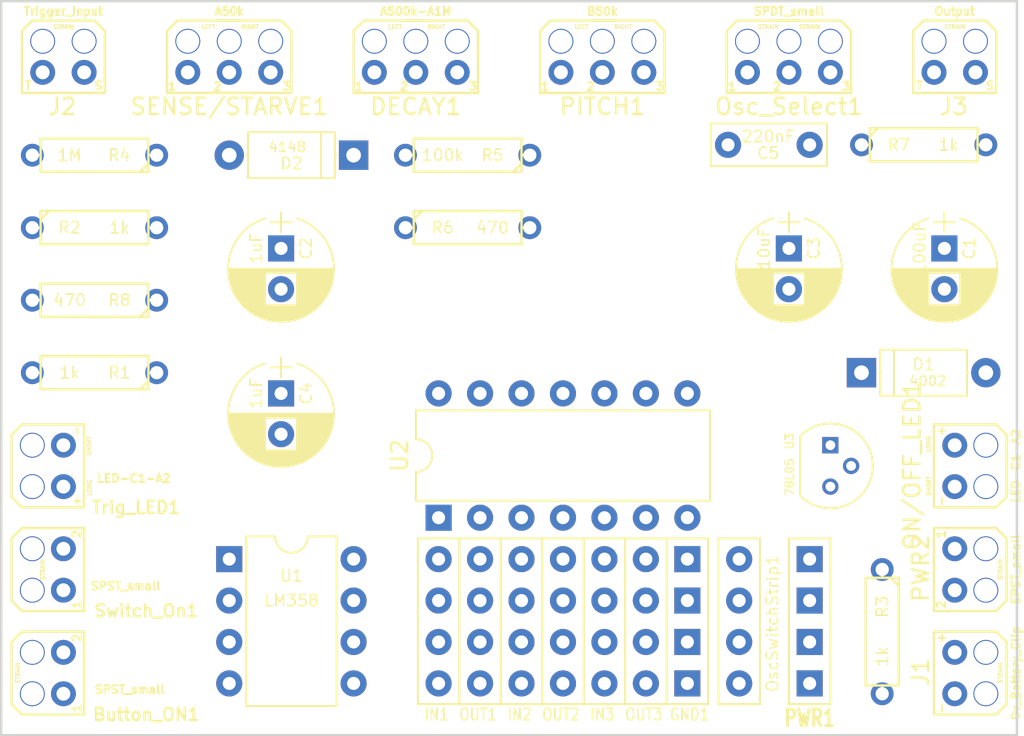
<source format=kicad_pcb>
(kicad_pcb (version 20170922) (host pcbnew "(2017-11-10 revision 636298b5d)-pre-sym-lib")

  (general
    (thickness 1.6)
    (drawings 4)
    (tracks 0)
    (zones 0)
    (modules 39)
    (nets 33)
  )

  (page A4)
  (layers
    (0 F.Cu signal)
    (31 B.Cu signal)
    (32 B.Adhes user)
    (33 F.Adhes user)
    (34 B.Paste user)
    (35 F.Paste user)
    (36 B.SilkS user)
    (37 F.SilkS user)
    (38 B.Mask user)
    (39 F.Mask user)
    (40 Dwgs.User user)
    (41 Cmts.User user)
    (42 Eco1.User user)
    (43 Eco2.User user)
    (44 Edge.Cuts user)
    (45 Margin user)
    (46 B.CrtYd user)
    (47 F.CrtYd user)
    (48 B.Fab user)
    (49 F.Fab user)
  )

  (setup
    (last_trace_width 0.25)
    (trace_clearance 0.2)
    (zone_clearance 0.508)
    (zone_45_only no)
    (trace_min 0.2)
    (segment_width 0.2)
    (edge_width 0.15)
    (via_size 0.8)
    (via_drill 0.4)
    (via_min_size 0.4)
    (via_min_drill 0.3)
    (uvia_size 0.3)
    (uvia_drill 0.1)
    (uvias_allowed no)
    (uvia_min_size 0.2)
    (uvia_min_drill 0.1)
    (pcb_text_width 0.3)
    (pcb_text_size 1.5 1.5)
    (mod_edge_width 0.15)
    (mod_text_size 1 1)
    (mod_text_width 0.15)
    (pad_size 1.524 1.524)
    (pad_drill 0.762)
    (pad_to_mask_clearance 0.2)
    (aux_axis_origin 0 0)
    (visible_elements FFFFEF7F)
    (pcbplotparams
      (layerselection 0x00030_ffffffff)
      (usegerberextensions false)
      (usegerberattributes true)
      (usegerberadvancedattributes true)
      (creategerberjobfile true)
      (excludeedgelayer true)
      (linewidth 0.100000)
      (plotframeref false)
      (viasonmask false)
      (mode 1)
      (useauxorigin false)
      (hpglpennumber 1)
      (hpglpenspeed 20)
      (hpglpendiameter 15)
      (psnegative false)
      (psa4output false)
      (plotreference true)
      (plotvalue true)
      (plotinvisibletext false)
      (padsonsilk false)
      (subtractmaskfromsilk false)
      (outputformat 1)
      (mirror false)
      (drillshape 1)
      (scaleselection 1)
      (outputdirectory ""))
  )

  (net 0 "")
  (net 1 "Net-(GND1-Pad1)")
  (net 2 "Net-(PWR1-Pad1)")
  (net 3 "Net-(Button_ON1-Pad1)")
  (net 4 +5V)
  (net 5 "Net-(J1-Pad1)")
  (net 6 "Net-(D1-Pad2)")
  (net 7 "Net-(C5-Pad2)")
  (net 8 "Net-(Osc_Select1-Pad1)")
  (net 9 "Net-(SENSE/STARVE1-Pad2)")
  (net 10 "Net-(J2-Pad1)")
  (net 11 GND)
  (net 12 "Net-(PITCH1-Pad1)")
  (net 13 "Net-(DECAY1-Pad2)")
  (net 14 "Net-(J3-Pad1)")
  (net 15 "Net-(C1-Pad1)")
  (net 16 "Net-(R2-Pad1)")
  (net 17 "Net-(ON/OFF_LED1-Pad1)")
  (net 18 "Net-(D2-Pad2)")
  (net 19 "Net-(C2-Pad1)")
  (net 20 "Net-(C4-Pad1)")
  (net 21 "Net-(C5-Pad1)")
  (net 22 "Net-(R8-Pad2)")
  (net 23 "Net-(Trig_LED1-Pad2)")
  (net 24 "Net-(U2-Pad13)")
  (net 25 "Net-(U2-Pad12)")
  (net 26 "Net-(OscSwitchStrip1-Pad1)")
  (net 27 "Net-(IN3-Pad1)")
  (net 28 "Net-(IN2-Pad1)")
  (net 29 "Net-(IN1-Pad1)")
  (net 30 "Net-(OUT1-Pad1)")
  (net 31 "Net-(OUT2-Pad1)")
  (net 32 "Net-(OUT3-Pad1)")

  (net_class Default "This is the default net class."
    (clearance 0.2)
    (trace_width 0.25)
    (via_dia 0.8)
    (via_drill 0.4)
    (uvia_dia 0.3)
    (uvia_drill 0.1)
    (add_net +5V)
    (add_net GND)
    (add_net "Net-(Button_ON1-Pad1)")
    (add_net "Net-(C1-Pad1)")
    (add_net "Net-(C2-Pad1)")
    (add_net "Net-(C4-Pad1)")
    (add_net "Net-(C5-Pad1)")
    (add_net "Net-(C5-Pad2)")
    (add_net "Net-(D1-Pad2)")
    (add_net "Net-(D2-Pad2)")
    (add_net "Net-(DECAY1-Pad2)")
    (add_net "Net-(GND1-Pad1)")
    (add_net "Net-(IN1-Pad1)")
    (add_net "Net-(IN2-Pad1)")
    (add_net "Net-(IN3-Pad1)")
    (add_net "Net-(J1-Pad1)")
    (add_net "Net-(J2-Pad1)")
    (add_net "Net-(J3-Pad1)")
    (add_net "Net-(ON/OFF_LED1-Pad1)")
    (add_net "Net-(OUT1-Pad1)")
    (add_net "Net-(OUT2-Pad1)")
    (add_net "Net-(OUT3-Pad1)")
    (add_net "Net-(OscSwitchStrip1-Pad1)")
    (add_net "Net-(Osc_Select1-Pad1)")
    (add_net "Net-(PITCH1-Pad1)")
    (add_net "Net-(PWR1-Pad1)")
    (add_net "Net-(R2-Pad1)")
    (add_net "Net-(R8-Pad2)")
    (add_net "Net-(SENSE/STARVE1-Pad2)")
    (add_net "Net-(Trig_LED1-Pad2)")
    (add_net "Net-(U2-Pad12)")
    (add_net "Net-(U2-Pad13)")
  )

  (module zfoot:BreadBoardStrip (layer F.Cu) (tedit 5A330D95) (tstamp 5A33581C)
    (at 26.797 -10.795 270)
    (descr "8-lead dip package, row spacing 7.62 mm (300 mils)")
    (tags "DIL DIP PDIP 2.54mm 7.62mm 300mil")
    (path /5A32DFC0)
    (fp_text reference IN1 (at 9.525 0.127) (layer F.SilkS)
      (effects (font (size 0.7 0.6) (thickness 0.1)))
    )
    (fp_text value BreadBoardStrip (at 3.91 2.54 270) (layer F.SilkS) hide
      (effects (font (size 1.016 1.016) (thickness 0.1905)))
    )
    (fp_line (start -1.27 1.27) (end -1.27 -1.27) (layer F.SilkS) (width 0.125))
    (fp_line (start 8.89 1.27) (end -1.27 1.27) (layer F.SilkS) (width 0.125))
    (fp_line (start 8.89 -1.27) (end 8.89 1.27) (layer F.SilkS) (width 0.125))
    (fp_line (start -1.27 -1.27) (end 8.89 -1.27) (layer F.SilkS) (width 0.125))
    (pad 1 thru_hole oval (at 2.54 0) (size 1.6 1.6) (drill 0.8) (layers *.Cu *.Mask)
      (net 29 "Net-(IN1-Pad1)"))
    (pad 1 thru_hole oval (at 5.08 0) (size 1.6 1.6) (drill 0.8) (layers *.Cu *.Mask)
      (net 29 "Net-(IN1-Pad1)"))
    (pad 1 thru_hole oval (at 7.62 0) (size 1.6 1.6) (drill 0.8) (layers *.Cu *.Mask)
      (net 29 "Net-(IN1-Pad1)"))
    (pad 1 thru_hole oval (at 0 0) (size 1.6 1.6) (drill 0.8) (layers *.Cu *.Mask)
      (net 29 "Net-(IN1-Pad1)"))
    (model ${KISYS3DMOD}/Housings_DIP.3dshapes/DIP-8_W7.62mm.wrl
      (at (xyz 0 0 0))
      (scale (xyz 1 1 1))
      (rotate (xyz 0 0 0))
    )
  )

  (module zfoot:BreadBoardStrip (layer F.Cu) (tedit 5A330DB4) (tstamp 5A335093)
    (at 39.497 -10.795 270)
    (descr "8-lead dip package, row spacing 7.62 mm (300 mils)")
    (tags "DIL DIP PDIP 2.54mm 7.62mm 300mil")
    (path /5A32E1BF)
    (fp_text reference OUT3 (at 9.525 0.127) (layer F.SilkS)
      (effects (font (size 0.7 0.6) (thickness 0.1)))
    )
    (fp_text value BreadBoardStrip (at 3.91 2.54 270) (layer F.SilkS) hide
      (effects (font (size 1.016 1.016) (thickness 0.1905)))
    )
    (fp_line (start -1.27 1.27) (end -1.27 -1.27) (layer F.SilkS) (width 0.125))
    (fp_line (start 8.89 1.27) (end -1.27 1.27) (layer F.SilkS) (width 0.125))
    (fp_line (start 8.89 -1.27) (end 8.89 1.27) (layer F.SilkS) (width 0.125))
    (fp_line (start -1.27 -1.27) (end 8.89 -1.27) (layer F.SilkS) (width 0.125))
    (pad 1 thru_hole oval (at 2.54 0) (size 1.6 1.6) (drill 0.8) (layers *.Cu *.Mask)
      (net 32 "Net-(OUT3-Pad1)"))
    (pad 1 thru_hole oval (at 5.08 0) (size 1.6 1.6) (drill 0.8) (layers *.Cu *.Mask)
      (net 32 "Net-(OUT3-Pad1)"))
    (pad 1 thru_hole oval (at 7.62 0) (size 1.6 1.6) (drill 0.8) (layers *.Cu *.Mask)
      (net 32 "Net-(OUT3-Pad1)"))
    (pad 1 thru_hole oval (at 0 0) (size 1.6 1.6) (drill 0.8) (layers *.Cu *.Mask)
      (net 32 "Net-(OUT3-Pad1)"))
    (model ${KISYS3DMOD}/Housings_DIP.3dshapes/DIP-8_W7.62mm.wrl
      (at (xyz 0 0 0))
      (scale (xyz 1 1 1))
      (rotate (xyz 0 0 0))
    )
  )

  (module zfoot:BreadBoardStrip (layer F.Cu) (tedit 5A330DA3) (tstamp 5A335087)
    (at 34.417 -10.795 270)
    (descr "8-lead dip package, row spacing 7.62 mm (300 mils)")
    (tags "DIL DIP PDIP 2.54mm 7.62mm 300mil")
    (path /5A32E1FA)
    (fp_text reference OUT2 (at 9.525 0.127) (layer F.SilkS)
      (effects (font (size 0.7 0.6) (thickness 0.1)))
    )
    (fp_text value BreadBoardStrip (at 3.91 2.54 270) (layer F.SilkS) hide
      (effects (font (size 1.016 1.016) (thickness 0.1905)))
    )
    (fp_line (start -1.27 -1.27) (end 8.89 -1.27) (layer F.SilkS) (width 0.125))
    (fp_line (start 8.89 -1.27) (end 8.89 1.27) (layer F.SilkS) (width 0.125))
    (fp_line (start 8.89 1.27) (end -1.27 1.27) (layer F.SilkS) (width 0.125))
    (fp_line (start -1.27 1.27) (end -1.27 -1.27) (layer F.SilkS) (width 0.125))
    (pad 1 thru_hole oval (at 0 0) (size 1.6 1.6) (drill 0.8) (layers *.Cu *.Mask)
      (net 31 "Net-(OUT2-Pad1)"))
    (pad 1 thru_hole oval (at 7.62 0) (size 1.6 1.6) (drill 0.8) (layers *.Cu *.Mask)
      (net 31 "Net-(OUT2-Pad1)"))
    (pad 1 thru_hole oval (at 5.08 0) (size 1.6 1.6) (drill 0.8) (layers *.Cu *.Mask)
      (net 31 "Net-(OUT2-Pad1)"))
    (pad 1 thru_hole oval (at 2.54 0) (size 1.6 1.6) (drill 0.8) (layers *.Cu *.Mask)
      (net 31 "Net-(OUT2-Pad1)"))
    (model ${KISYS3DMOD}/Housings_DIP.3dshapes/DIP-8_W7.62mm.wrl
      (at (xyz 0 0 0))
      (scale (xyz 1 1 1))
      (rotate (xyz 0 0 0))
    )
  )

  (module zfoot:BreadBoardStrip (layer F.Cu) (tedit 5A330D9D) (tstamp 5A335B38)
    (at 29.337 -10.795 270)
    (descr "8-lead dip package, row spacing 7.62 mm (300 mils)")
    (tags "DIL DIP PDIP 2.54mm 7.62mm 300mil")
    (path /5A32E0DC)
    (fp_text reference OUT1 (at 9.525 0.127) (layer F.SilkS)
      (effects (font (size 0.7 0.6) (thickness 0.1)))
    )
    (fp_text value BreadBoardStrip (at 3.91 2.54 270) (layer F.SilkS) hide
      (effects (font (size 1.016 1.016) (thickness 0.1905)))
    )
    (fp_line (start -1.27 1.27) (end -1.27 -1.27) (layer F.SilkS) (width 0.125))
    (fp_line (start 8.89 1.27) (end -1.27 1.27) (layer F.SilkS) (width 0.125))
    (fp_line (start 8.89 -1.27) (end 8.89 1.27) (layer F.SilkS) (width 0.125))
    (fp_line (start -1.27 -1.27) (end 8.89 -1.27) (layer F.SilkS) (width 0.125))
    (pad 1 thru_hole oval (at 2.54 0) (size 1.6 1.6) (drill 0.8) (layers *.Cu *.Mask)
      (net 30 "Net-(OUT1-Pad1)"))
    (pad 1 thru_hole oval (at 5.08 0) (size 1.6 1.6) (drill 0.8) (layers *.Cu *.Mask)
      (net 30 "Net-(OUT1-Pad1)"))
    (pad 1 thru_hole oval (at 7.62 0) (size 1.6 1.6) (drill 0.8) (layers *.Cu *.Mask)
      (net 30 "Net-(OUT1-Pad1)"))
    (pad 1 thru_hole oval (at 0 0) (size 1.6 1.6) (drill 0.8) (layers *.Cu *.Mask)
      (net 30 "Net-(OUT1-Pad1)"))
    (model ${KISYS3DMOD}/Housings_DIP.3dshapes/DIP-8_W7.62mm.wrl
      (at (xyz 0 0 0))
      (scale (xyz 1 1 1))
      (rotate (xyz 0 0 0))
    )
  )

  (module zfoot:BreadBoardStrip (layer F.Cu) (tedit 5A330D42) (tstamp 5A33506F)
    (at 45.212 -10.795 270)
    (descr "8-lead dip package, row spacing 7.62 mm (300 mils)")
    (tags "DIL DIP PDIP 2.54mm 7.62mm 300mil")
    (path /5A33DD61)
    (fp_text reference OscSwitchStrip1 (at 3.937 -2.032 270) (layer F.SilkS)
      (effects (font (size 0.7 0.7) (thickness 0.1)))
    )
    (fp_text value BreadBoardStrip (at 3.91 2.54 270) (layer F.SilkS) hide
      (effects (font (size 1.016 1.016) (thickness 0.1905)))
    )
    (fp_line (start -1.27 -1.27) (end 8.89 -1.27) (layer F.SilkS) (width 0.125))
    (fp_line (start 8.89 -1.27) (end 8.89 1.27) (layer F.SilkS) (width 0.125))
    (fp_line (start 8.89 1.27) (end -1.27 1.27) (layer F.SilkS) (width 0.125))
    (fp_line (start -1.27 1.27) (end -1.27 -1.27) (layer F.SilkS) (width 0.125))
    (pad 1 thru_hole oval (at 0 0) (size 1.6 1.6) (drill 0.8) (layers *.Cu *.Mask)
      (net 26 "Net-(OscSwitchStrip1-Pad1)"))
    (pad 1 thru_hole oval (at 7.62 0) (size 1.6 1.6) (drill 0.8) (layers *.Cu *.Mask)
      (net 26 "Net-(OscSwitchStrip1-Pad1)"))
    (pad 1 thru_hole oval (at 5.08 0) (size 1.6 1.6) (drill 0.8) (layers *.Cu *.Mask)
      (net 26 "Net-(OscSwitchStrip1-Pad1)"))
    (pad 1 thru_hole oval (at 2.54 0) (size 1.6 1.6) (drill 0.8) (layers *.Cu *.Mask)
      (net 26 "Net-(OscSwitchStrip1-Pad1)"))
    (model ${KISYS3DMOD}/Housings_DIP.3dshapes/DIP-8_W7.62mm.wrl
      (at (xyz 0 0 0))
      (scale (xyz 1 1 1))
      (rotate (xyz 0 0 0))
    )
  )

  (module zfoot:BreadBoardStrip (layer F.Cu) (tedit 5A330DA0) (tstamp 5A335057)
    (at 31.877 -10.795 270)
    (descr "8-lead dip package, row spacing 7.62 mm (300 mils)")
    (tags "DIL DIP PDIP 2.54mm 7.62mm 300mil")
    (path /5A32E61E)
    (fp_text reference IN2 (at 9.525 0.127) (layer F.SilkS)
      (effects (font (size 0.7 0.6) (thickness 0.1)))
    )
    (fp_text value BreadBoardStrip (at 3.91 2.54 270) (layer F.SilkS) hide
      (effects (font (size 1.016 1.016) (thickness 0.1905)))
    )
    (fp_line (start -1.27 -1.27) (end 8.89 -1.27) (layer F.SilkS) (width 0.125))
    (fp_line (start 8.89 -1.27) (end 8.89 1.27) (layer F.SilkS) (width 0.125))
    (fp_line (start 8.89 1.27) (end -1.27 1.27) (layer F.SilkS) (width 0.125))
    (fp_line (start -1.27 1.27) (end -1.27 -1.27) (layer F.SilkS) (width 0.125))
    (pad 1 thru_hole oval (at 0 0) (size 1.6 1.6) (drill 0.8) (layers *.Cu *.Mask)
      (net 28 "Net-(IN2-Pad1)"))
    (pad 1 thru_hole oval (at 7.62 0) (size 1.6 1.6) (drill 0.8) (layers *.Cu *.Mask)
      (net 28 "Net-(IN2-Pad1)"))
    (pad 1 thru_hole oval (at 5.08 0) (size 1.6 1.6) (drill 0.8) (layers *.Cu *.Mask)
      (net 28 "Net-(IN2-Pad1)"))
    (pad 1 thru_hole oval (at 2.54 0) (size 1.6 1.6) (drill 0.8) (layers *.Cu *.Mask)
      (net 28 "Net-(IN2-Pad1)"))
    (model ${KISYS3DMOD}/Housings_DIP.3dshapes/DIP-8_W7.62mm.wrl
      (at (xyz 0 0 0))
      (scale (xyz 1 1 1))
      (rotate (xyz 0 0 0))
    )
  )

  (module zfoot:BreadBoardStrip (layer F.Cu) (tedit 5A330DA9) (tstamp 5A33504B)
    (at 36.957 -10.795 270)
    (descr "8-lead dip package, row spacing 7.62 mm (300 mils)")
    (tags "DIL DIP PDIP 2.54mm 7.62mm 300mil")
    (path /5A32E6B1)
    (fp_text reference IN3 (at 9.525 0.127) (layer F.SilkS)
      (effects (font (size 0.7 0.6) (thickness 0.1)))
    )
    (fp_text value BreadBoardStrip (at 3.91 2.54 270) (layer F.SilkS) hide
      (effects (font (size 1.016 1.016) (thickness 0.1905)))
    )
    (fp_line (start -1.27 1.27) (end -1.27 -1.27) (layer F.SilkS) (width 0.125))
    (fp_line (start 8.89 1.27) (end -1.27 1.27) (layer F.SilkS) (width 0.125))
    (fp_line (start 8.89 -1.27) (end 8.89 1.27) (layer F.SilkS) (width 0.125))
    (fp_line (start -1.27 -1.27) (end 8.89 -1.27) (layer F.SilkS) (width 0.125))
    (pad 1 thru_hole oval (at 2.54 0) (size 1.6 1.6) (drill 0.8) (layers *.Cu *.Mask)
      (net 27 "Net-(IN3-Pad1)"))
    (pad 1 thru_hole oval (at 5.08 0) (size 1.6 1.6) (drill 0.8) (layers *.Cu *.Mask)
      (net 27 "Net-(IN3-Pad1)"))
    (pad 1 thru_hole oval (at 7.62 0) (size 1.6 1.6) (drill 0.8) (layers *.Cu *.Mask)
      (net 27 "Net-(IN3-Pad1)"))
    (pad 1 thru_hole oval (at 0 0) (size 1.6 1.6) (drill 0.8) (layers *.Cu *.Mask)
      (net 27 "Net-(IN3-Pad1)"))
    (model ${KISYS3DMOD}/Housings_DIP.3dshapes/DIP-8_W7.62mm.wrl
      (at (xyz 0 0 0))
      (scale (xyz 1 1 1))
      (rotate (xyz 0 0 0))
    )
  )

  (module zfoot:LED_wired (layer F.Cu) (tedit 5A330121) (tstamp 5A33FC4B)
    (at 58.42 -16.51 270)
    (path /5A333512)
    (fp_text reference ON/OFF_LED1 (at -0.01 2.62 270) (layer F.SilkS)
      (effects (font (size 1 1) (thickness 0.15)))
    )
    (fp_text value LED-C1-A2 (at 0 -3.7465 270) (layer F.SilkS)
      (effects (font (size 0.5 0.5) (thickness 0.125)))
    )
    (fp_text user SHORT (at 1.23 1.58 90) (layer F.SilkS)
      (effects (font (size 0.25 0.25) (thickness 0.0625)))
    )
    (fp_text user LONG (at -1.34 1.6 270) (layer F.SilkS)
      (effects (font (size 0.25 0.25) (thickness 0.0625)))
    )
    (fp_text user - (at 2.159 0.8255 270) (layer F.SilkS)
      (effects (font (size 0.5 0.5) (thickness 0.125)))
    )
    (fp_text user + (at -2.159 0.8255 270) (layer F.SilkS)
      (effects (font (size 0.5 0.5) (thickness 0.125)))
    )
    (fp_line (start -2.54 -2.54) (end -2.54 1.27) (layer F.SilkS) (width 0.15))
    (fp_line (start -1.905 -3.175) (end -2.54 -2.54) (layer F.SilkS) (width 0.15))
    (fp_line (start 1.905 -3.175) (end -1.905 -3.175) (layer F.SilkS) (width 0.15))
    (fp_line (start 2.54 -2.54) (end 1.905 -3.175) (layer F.SilkS) (width 0.15))
    (fp_line (start 2.54 1.27) (end 2.54 -2.54) (layer F.SilkS) (width 0.15))
    (fp_line (start -2.54 1.27) (end 2.54 1.27) (layer F.SilkS) (width 0.15))
    (pad "" thru_hole circle (at 1.27 -1.905 270) (size 1.524 1.524) (drill 1.4) (layers *.Cu *.Mask))
    (pad "" thru_hole circle (at -1.27 -1.905 270) (size 1.524 1.524) (drill 1.4) (layers *.Cu *.Mask))
    (pad 1 thru_hole circle (at 1.27 0 270) (size 1.524 1.524) (drill 0.85) (layers *.Cu *.Mask)
      (net 17 "Net-(ON/OFF_LED1-Pad1)"))
    (pad 2 thru_hole circle (at -1.27 0 270) (size 1.524 1.524) (drill 0.85) (layers *.Cu *.Mask)
      (net 6 "Net-(D1-Pad2)"))
  )

  (module zfoot:LED_wired (layer F.Cu) (tedit 5A330E95) (tstamp 5A33FC3A)
    (at 3.81 -16.51 90)
    (path /5A332943)
    (fp_text reference Trig_LED1 (at -2.54 4.445 180) (layer F.SilkS)
      (effects (font (size 0.75 0.75) (thickness 0.15)))
    )
    (fp_text value LED-C1-A2 (at -0.762 4.318 180) (layer F.SilkS)
      (effects (font (size 0.5 0.5) (thickness 0.125)))
    )
    (fp_line (start -2.54 1.27) (end 2.54 1.27) (layer F.SilkS) (width 0.15))
    (fp_line (start 2.54 1.27) (end 2.54 -2.54) (layer F.SilkS) (width 0.15))
    (fp_line (start 2.54 -2.54) (end 1.905 -3.175) (layer F.SilkS) (width 0.15))
    (fp_line (start 1.905 -3.175) (end -1.905 -3.175) (layer F.SilkS) (width 0.15))
    (fp_line (start -1.905 -3.175) (end -2.54 -2.54) (layer F.SilkS) (width 0.15))
    (fp_line (start -2.54 -2.54) (end -2.54 1.27) (layer F.SilkS) (width 0.15))
    (fp_text user + (at -2.159 0.8255 90) (layer F.SilkS)
      (effects (font (size 0.5 0.5) (thickness 0.125)))
    )
    (fp_text user - (at 2.159 0.8255 90) (layer F.SilkS)
      (effects (font (size 0.5 0.5) (thickness 0.125)))
    )
    (fp_text user LONG (at -1.34 1.6 90) (layer F.SilkS)
      (effects (font (size 0.25 0.25) (thickness 0.0625)))
    )
    (fp_text user SHORT (at 1.23 1.58 270) (layer F.SilkS)
      (effects (font (size 0.25 0.25) (thickness 0.0625)))
    )
    (pad 2 thru_hole circle (at -1.27 0 90) (size 1.524 1.524) (drill 0.85) (layers *.Cu *.Mask)
      (net 23 "Net-(Trig_LED1-Pad2)"))
    (pad 1 thru_hole circle (at 1.27 0 90) (size 1.524 1.524) (drill 0.85) (layers *.Cu *.Mask)
      (net 22 "Net-(R8-Pad2)"))
    (pad "" thru_hole circle (at -1.27 -1.905 90) (size 1.524 1.524) (drill 1.4) (layers *.Cu *.Mask))
    (pad "" thru_hole circle (at 1.27 -1.905 90) (size 1.524 1.524) (drill 1.4) (layers *.Cu *.Mask))
  )

  (module 4ms-footprints:Cap_Ceramic_TH (layer F.Cu) (tedit 593AF7BD) (tstamp 5A33016D)
    (at 49.53 -36.195 180)
    (descr "C, Disc series, Radial, pin pitch=5.00mm, , diameter*width=7*2.5mm^2, Capacitor, http://cdn-reichelt.de/documents/datenblatt/B300/DS_KERKO_TC.pdf")
    (tags "C Disc series Radial pin pitch 5.00mm  diameter 7mm width 2.5mm Capacitor")
    (path /5A3339E6)
    (fp_text reference C5 (at 2.54 -0.508 180) (layer F.SilkS)
      (effects (font (size 0.7 0.7) (thickness 0.1)))
    )
    (fp_text value 220nF (at 2.54 0.508 180) (layer F.SilkS)
      (effects (font (size 0.7 0.7) (thickness 0.1)))
    )
    (fp_line (start -1 -1.25) (end -1 1.25) (layer F.Fab) (width 0.1))
    (fp_line (start -1 1.25) (end 6 1.25) (layer F.Fab) (width 0.1))
    (fp_line (start 6 1.25) (end 6 -1.25) (layer F.Fab) (width 0.1))
    (fp_line (start 6 -1.25) (end -1 -1.25) (layer F.Fab) (width 0.1))
    (fp_line (start -1.06 -1.31) (end 6.06 -1.31) (layer F.SilkS) (width 0.12))
    (fp_line (start -1.06 1.31) (end 6.06 1.31) (layer F.SilkS) (width 0.12))
    (fp_line (start -1.06 -1.31) (end -1.06 1.31) (layer F.SilkS) (width 0.12))
    (fp_line (start 6.06 -1.31) (end 6.06 1.31) (layer F.SilkS) (width 0.12))
    (fp_line (start -1.35 -1.6) (end -1.35 1.6) (layer F.CrtYd) (width 0.05))
    (fp_line (start -1.35 1.6) (end 6.35 1.6) (layer F.CrtYd) (width 0.05))
    (fp_line (start 6.35 1.6) (end 6.35 -1.6) (layer F.CrtYd) (width 0.05))
    (fp_line (start 6.35 -1.6) (end -1.35 -1.6) (layer F.CrtYd) (width 0.05))
    (pad 1 thru_hole circle (at 0 0 180) (size 1.6 1.6) (drill 0.8) (layers *.Cu *.Mask)
      (net 21 "Net-(C5-Pad1)"))
    (pad 2 thru_hole circle (at 5 0 180) (size 1.6 1.6) (drill 0.8) (layers *.Cu *.Mask)
      (net 7 "Net-(C5-Pad2)"))
    (model ${KISYS3DMOD}/Capacitors_THT.3dshapes/C_Disc_D7.0mm_W2.5mm_P5.00mm.wrl
      (at (xyz 0 0 0))
      (scale (xyz 0.393701 0.393701 0.393701))
      (rotate (xyz 0 0 0))
    )
  )

  (module 4ms-footprints:Cap_Electrolytic_TH (layer F.Cu) (tedit 594086EC) (tstamp 5A33015B)
    (at 17.145 -20.955 270)
    (descr "CP, Radial series, Radial, pin pitch=2.50mm, , diameter=6.3mm, Electrolytic Capacitor")
    (tags "CP Radial series Radial pin pitch 2.50mm  diameter 6.3mm Electrolytic Capacitor")
    (path /5A33E3DF)
    (fp_text reference C4 (at 0 -1.524 270) (layer F.SilkS)
      (effects (font (size 0.7 0.7) (thickness 0.1)))
    )
    (fp_text value 1uF (at 0 1.524 270) (layer F.SilkS)
      (effects (font (size 0.7 0.7) (thickness 0.1)))
    )
    (fp_arc (start 1.25 0) (end 4.338236 -0.98) (angle 35.2) (layer F.SilkS) (width 0.12))
    (fp_arc (start 1.25 0) (end -1.838236 0.98) (angle -144.8) (layer F.SilkS) (width 0.12))
    (fp_arc (start 1.25 0) (end -1.838236 -0.98) (angle 144.8) (layer F.SilkS) (width 0.12))
    (fp_circle (center 1.25 0) (end 4.4 0) (layer F.Fab) (width 0.1))
    (fp_line (start 4.75 -3.5) (end -2.25 -3.5) (layer F.CrtYd) (width 0.05))
    (fp_line (start 4.75 3.5) (end 4.75 -3.5) (layer F.CrtYd) (width 0.05))
    (fp_line (start -2.25 3.5) (end 4.75 3.5) (layer F.CrtYd) (width 0.05))
    (fp_line (start -2.25 -3.5) (end -2.25 3.5) (layer F.CrtYd) (width 0.05))
    (fp_line (start -1.6 -0.65) (end -1.6 0.65) (layer F.SilkS) (width 0.12))
    (fp_line (start -2.2 0) (end -1 0) (layer F.SilkS) (width 0.12))
    (fp_line (start 4.451 -0.468) (end 4.451 0.468) (layer F.SilkS) (width 0.12))
    (fp_line (start 4.411 -0.676) (end 4.411 0.676) (layer F.SilkS) (width 0.12))
    (fp_line (start 4.371 -0.834) (end 4.371 0.834) (layer F.SilkS) (width 0.12))
    (fp_line (start 4.331 -0.966) (end 4.331 0.966) (layer F.SilkS) (width 0.12))
    (fp_line (start 4.291 -1.081) (end 4.291 1.081) (layer F.SilkS) (width 0.12))
    (fp_line (start 4.251 -1.184) (end 4.251 1.184) (layer F.SilkS) (width 0.12))
    (fp_line (start 4.211 -1.278) (end 4.211 1.278) (layer F.SilkS) (width 0.12))
    (fp_line (start 4.171 -1.364) (end 4.171 1.364) (layer F.SilkS) (width 0.12))
    (fp_line (start 4.131 -1.445) (end 4.131 1.445) (layer F.SilkS) (width 0.12))
    (fp_line (start 4.091 -1.52) (end 4.091 1.52) (layer F.SilkS) (width 0.12))
    (fp_line (start 4.051 -1.591) (end 4.051 1.591) (layer F.SilkS) (width 0.12))
    (fp_line (start 4.011 -1.658) (end 4.011 1.658) (layer F.SilkS) (width 0.12))
    (fp_line (start 3.971 -1.721) (end 3.971 1.721) (layer F.SilkS) (width 0.12))
    (fp_line (start 3.931 -1.781) (end 3.931 1.781) (layer F.SilkS) (width 0.12))
    (fp_line (start 3.891 -1.839) (end 3.891 1.839) (layer F.SilkS) (width 0.12))
    (fp_line (start 3.851 -1.894) (end 3.851 1.894) (layer F.SilkS) (width 0.12))
    (fp_line (start 3.811 -1.946) (end 3.811 1.946) (layer F.SilkS) (width 0.12))
    (fp_line (start 3.771 -1.997) (end 3.771 1.997) (layer F.SilkS) (width 0.12))
    (fp_line (start 3.731 -2.045) (end 3.731 2.045) (layer F.SilkS) (width 0.12))
    (fp_line (start 3.691 -2.092) (end 3.691 2.092) (layer F.SilkS) (width 0.12))
    (fp_line (start 3.651 -2.137) (end 3.651 2.137) (layer F.SilkS) (width 0.12))
    (fp_line (start 3.611 -2.18) (end 3.611 2.18) (layer F.SilkS) (width 0.12))
    (fp_line (start 3.571 -2.222) (end 3.571 2.222) (layer F.SilkS) (width 0.12))
    (fp_line (start 3.531 -2.262) (end 3.531 2.262) (layer F.SilkS) (width 0.12))
    (fp_line (start 3.491 -2.301) (end 3.491 2.301) (layer F.SilkS) (width 0.12))
    (fp_line (start 3.451 0.98) (end 3.451 2.339) (layer F.SilkS) (width 0.12))
    (fp_line (start 3.451 -2.339) (end 3.451 -0.98) (layer F.SilkS) (width 0.12))
    (fp_line (start 3.411 0.98) (end 3.411 2.375) (layer F.SilkS) (width 0.12))
    (fp_line (start 3.411 -2.375) (end 3.411 -0.98) (layer F.SilkS) (width 0.12))
    (fp_line (start 3.371 0.98) (end 3.371 2.411) (layer F.SilkS) (width 0.12))
    (fp_line (start 3.371 -2.411) (end 3.371 -0.98) (layer F.SilkS) (width 0.12))
    (fp_line (start 3.331 0.98) (end 3.331 2.445) (layer F.SilkS) (width 0.12))
    (fp_line (start 3.331 -2.445) (end 3.331 -0.98) (layer F.SilkS) (width 0.12))
    (fp_line (start 3.291 0.98) (end 3.291 2.478) (layer F.SilkS) (width 0.12))
    (fp_line (start 3.291 -2.478) (end 3.291 -0.98) (layer F.SilkS) (width 0.12))
    (fp_line (start 3.251 0.98) (end 3.251 2.51) (layer F.SilkS) (width 0.12))
    (fp_line (start 3.251 -2.51) (end 3.251 -0.98) (layer F.SilkS) (width 0.12))
    (fp_line (start 3.211 0.98) (end 3.211 2.54) (layer F.SilkS) (width 0.12))
    (fp_line (start 3.211 -2.54) (end 3.211 -0.98) (layer F.SilkS) (width 0.12))
    (fp_line (start 3.171 0.98) (end 3.171 2.57) (layer F.SilkS) (width 0.12))
    (fp_line (start 3.171 -2.57) (end 3.171 -0.98) (layer F.SilkS) (width 0.12))
    (fp_line (start 3.131 0.98) (end 3.131 2.599) (layer F.SilkS) (width 0.12))
    (fp_line (start 3.131 -2.599) (end 3.131 -0.98) (layer F.SilkS) (width 0.12))
    (fp_line (start 3.091 0.98) (end 3.091 2.627) (layer F.SilkS) (width 0.12))
    (fp_line (start 3.091 -2.627) (end 3.091 -0.98) (layer F.SilkS) (width 0.12))
    (fp_line (start 3.051 0.98) (end 3.051 2.654) (layer F.SilkS) (width 0.12))
    (fp_line (start 3.051 -2.654) (end 3.051 -0.98) (layer F.SilkS) (width 0.12))
    (fp_line (start 3.011 0.98) (end 3.011 2.681) (layer F.SilkS) (width 0.12))
    (fp_line (start 3.011 -2.681) (end 3.011 -0.98) (layer F.SilkS) (width 0.12))
    (fp_line (start 2.971 0.98) (end 2.971 2.706) (layer F.SilkS) (width 0.12))
    (fp_line (start 2.971 -2.706) (end 2.971 -0.98) (layer F.SilkS) (width 0.12))
    (fp_line (start 2.931 0.98) (end 2.931 2.731) (layer F.SilkS) (width 0.12))
    (fp_line (start 2.931 -2.731) (end 2.931 -0.98) (layer F.SilkS) (width 0.12))
    (fp_line (start 2.891 0.98) (end 2.891 2.755) (layer F.SilkS) (width 0.12))
    (fp_line (start 2.891 -2.755) (end 2.891 -0.98) (layer F.SilkS) (width 0.12))
    (fp_line (start 2.851 0.98) (end 2.851 2.778) (layer F.SilkS) (width 0.12))
    (fp_line (start 2.851 -2.778) (end 2.851 -0.98) (layer F.SilkS) (width 0.12))
    (fp_line (start 2.811 0.98) (end 2.811 2.8) (layer F.SilkS) (width 0.12))
    (fp_line (start 2.811 -2.8) (end 2.811 -0.98) (layer F.SilkS) (width 0.12))
    (fp_line (start 2.771 0.98) (end 2.771 2.822) (layer F.SilkS) (width 0.12))
    (fp_line (start 2.771 -2.822) (end 2.771 -0.98) (layer F.SilkS) (width 0.12))
    (fp_line (start 2.731 0.98) (end 2.731 2.843) (layer F.SilkS) (width 0.12))
    (fp_line (start 2.731 -2.843) (end 2.731 -0.98) (layer F.SilkS) (width 0.12))
    (fp_line (start 2.691 0.98) (end 2.691 2.863) (layer F.SilkS) (width 0.12))
    (fp_line (start 2.691 -2.863) (end 2.691 -0.98) (layer F.SilkS) (width 0.12))
    (fp_line (start 2.651 0.98) (end 2.651 2.882) (layer F.SilkS) (width 0.12))
    (fp_line (start 2.651 -2.882) (end 2.651 -0.98) (layer F.SilkS) (width 0.12))
    (fp_line (start 2.611 0.98) (end 2.611 2.901) (layer F.SilkS) (width 0.12))
    (fp_line (start 2.611 -2.901) (end 2.611 -0.98) (layer F.SilkS) (width 0.12))
    (fp_line (start 2.571 0.98) (end 2.571 2.919) (layer F.SilkS) (width 0.12))
    (fp_line (start 2.571 -2.919) (end 2.571 -0.98) (layer F.SilkS) (width 0.12))
    (fp_line (start 2.531 0.98) (end 2.531 2.937) (layer F.SilkS) (width 0.12))
    (fp_line (start 2.531 -2.937) (end 2.531 -0.98) (layer F.SilkS) (width 0.12))
    (fp_line (start 2.491 0.98) (end 2.491 2.954) (layer F.SilkS) (width 0.12))
    (fp_line (start 2.491 -2.954) (end 2.491 -0.98) (layer F.SilkS) (width 0.12))
    (fp_line (start 2.451 0.98) (end 2.451 2.97) (layer F.SilkS) (width 0.12))
    (fp_line (start 2.451 -2.97) (end 2.451 -0.98) (layer F.SilkS) (width 0.12))
    (fp_line (start 2.411 0.98) (end 2.411 2.986) (layer F.SilkS) (width 0.12))
    (fp_line (start 2.411 -2.986) (end 2.411 -0.98) (layer F.SilkS) (width 0.12))
    (fp_line (start 2.371 0.98) (end 2.371 3.001) (layer F.SilkS) (width 0.12))
    (fp_line (start 2.371 -3.001) (end 2.371 -0.98) (layer F.SilkS) (width 0.12))
    (fp_line (start 2.331 0.98) (end 2.331 3.015) (layer F.SilkS) (width 0.12))
    (fp_line (start 2.331 -3.015) (end 2.331 -0.98) (layer F.SilkS) (width 0.12))
    (fp_line (start 2.291 0.98) (end 2.291 3.029) (layer F.SilkS) (width 0.12))
    (fp_line (start 2.291 -3.029) (end 2.291 -0.98) (layer F.SilkS) (width 0.12))
    (fp_line (start 2.251 0.98) (end 2.251 3.042) (layer F.SilkS) (width 0.12))
    (fp_line (start 2.251 -3.042) (end 2.251 -0.98) (layer F.SilkS) (width 0.12))
    (fp_line (start 2.211 0.98) (end 2.211 3.055) (layer F.SilkS) (width 0.12))
    (fp_line (start 2.211 -3.055) (end 2.211 -0.98) (layer F.SilkS) (width 0.12))
    (fp_line (start 2.171 0.98) (end 2.171 3.067) (layer F.SilkS) (width 0.12))
    (fp_line (start 2.171 -3.067) (end 2.171 -0.98) (layer F.SilkS) (width 0.12))
    (fp_line (start 2.131 0.98) (end 2.131 3.079) (layer F.SilkS) (width 0.12))
    (fp_line (start 2.131 -3.079) (end 2.131 -0.98) (layer F.SilkS) (width 0.12))
    (fp_line (start 2.091 0.98) (end 2.091 3.09) (layer F.SilkS) (width 0.12))
    (fp_line (start 2.091 -3.09) (end 2.091 -0.98) (layer F.SilkS) (width 0.12))
    (fp_line (start 2.051 0.98) (end 2.051 3.1) (layer F.SilkS) (width 0.12))
    (fp_line (start 2.051 -3.1) (end 2.051 -0.98) (layer F.SilkS) (width 0.12))
    (fp_line (start 2.011 0.98) (end 2.011 3.11) (layer F.SilkS) (width 0.12))
    (fp_line (start 2.011 -3.11) (end 2.011 -0.98) (layer F.SilkS) (width 0.12))
    (fp_line (start 1.971 0.98) (end 1.971 3.119) (layer F.SilkS) (width 0.12))
    (fp_line (start 1.971 -3.119) (end 1.971 -0.98) (layer F.SilkS) (width 0.12))
    (fp_line (start 1.93 0.98) (end 1.93 3.128) (layer F.SilkS) (width 0.12))
    (fp_line (start 1.93 -3.128) (end 1.93 -0.98) (layer F.SilkS) (width 0.12))
    (fp_line (start 1.89 0.98) (end 1.89 3.137) (layer F.SilkS) (width 0.12))
    (fp_line (start 1.89 -3.137) (end 1.89 -0.98) (layer F.SilkS) (width 0.12))
    (fp_line (start 1.85 0.98) (end 1.85 3.144) (layer F.SilkS) (width 0.12))
    (fp_line (start 1.85 -3.144) (end 1.85 -0.98) (layer F.SilkS) (width 0.12))
    (fp_line (start 1.81 0.98) (end 1.81 3.152) (layer F.SilkS) (width 0.12))
    (fp_line (start 1.81 -3.152) (end 1.81 -0.98) (layer F.SilkS) (width 0.12))
    (fp_line (start 1.77 0.98) (end 1.77 3.158) (layer F.SilkS) (width 0.12))
    (fp_line (start 1.77 -3.158) (end 1.77 -0.98) (layer F.SilkS) (width 0.12))
    (fp_line (start 1.73 0.98) (end 1.73 3.165) (layer F.SilkS) (width 0.12))
    (fp_line (start 1.73 -3.165) (end 1.73 -0.98) (layer F.SilkS) (width 0.12))
    (fp_line (start 1.69 0.98) (end 1.69 3.17) (layer F.SilkS) (width 0.12))
    (fp_line (start 1.69 -3.17) (end 1.69 -0.98) (layer F.SilkS) (width 0.12))
    (fp_line (start 1.65 0.98) (end 1.65 3.176) (layer F.SilkS) (width 0.12))
    (fp_line (start 1.65 -3.176) (end 1.65 -0.98) (layer F.SilkS) (width 0.12))
    (fp_line (start 1.61 0.98) (end 1.61 3.18) (layer F.SilkS) (width 0.12))
    (fp_line (start 1.61 -3.18) (end 1.61 -0.98) (layer F.SilkS) (width 0.12))
    (fp_line (start 1.57 0.98) (end 1.57 3.185) (layer F.SilkS) (width 0.12))
    (fp_line (start 1.57 -3.185) (end 1.57 -0.98) (layer F.SilkS) (width 0.12))
    (fp_line (start 1.53 0.98) (end 1.53 3.188) (layer F.SilkS) (width 0.12))
    (fp_line (start 1.53 -3.188) (end 1.53 -0.98) (layer F.SilkS) (width 0.12))
    (fp_line (start 1.49 -3.192) (end 1.49 3.192) (layer F.SilkS) (width 0.12))
    (fp_line (start 1.45 -3.194) (end 1.45 3.194) (layer F.SilkS) (width 0.12))
    (fp_line (start 1.41 -3.197) (end 1.41 3.197) (layer F.SilkS) (width 0.12))
    (fp_line (start 1.37 -3.198) (end 1.37 3.198) (layer F.SilkS) (width 0.12))
    (fp_line (start 1.33 -3.2) (end 1.33 3.2) (layer F.SilkS) (width 0.12))
    (fp_line (start 1.29 -3.2) (end 1.29 3.2) (layer F.SilkS) (width 0.12))
    (fp_line (start 1.25 -3.2) (end 1.25 3.2) (layer F.SilkS) (width 0.12))
    (fp_line (start -1.6 -0.65) (end -1.6 0.65) (layer F.Fab) (width 0.1))
    (fp_line (start -2.2 0) (end -1 0) (layer F.Fab) (width 0.1))
    (pad 2 thru_hole circle (at 2.5 0 270) (size 1.6 1.6) (drill 0.8) (layers *.Cu *.Mask)
      (net 11 GND))
    (pad 1 thru_hole rect (at 0 0 270) (size 1.6 1.6) (drill 0.8) (layers *.Cu *.Mask)
      (net 20 "Net-(C4-Pad1)"))
    (model ${KISYS3DMOD}/Capacitors_THT.3dshapes/CP_Radial_D6.3mm_P2.50mm.wrl
      (at (xyz 0 0 0))
      (scale (xyz 0.393701 0.393701 0.393701))
      (rotate (xyz 0 0 0))
    )
  )

  (module 4ms-footprints:Cap_Electrolytic_TH (layer F.Cu) (tedit 594086EC) (tstamp 5A3300C7)
    (at 57.785 -29.845 270)
    (descr "CP, Radial series, Radial, pin pitch=2.50mm, , diameter=6.3mm, Electrolytic Capacitor")
    (tags "CP Radial series Radial pin pitch 2.50mm  diameter 6.3mm Electrolytic Capacitor")
    (path /5A33391E)
    (fp_text reference C1 (at 0 -1.524 270) (layer F.SilkS)
      (effects (font (size 0.7 0.7) (thickness 0.1)))
    )
    (fp_text value 100uF (at 0 1.524 270) (layer F.SilkS)
      (effects (font (size 0.7 0.7) (thickness 0.1)))
    )
    (fp_line (start -2.2 0) (end -1 0) (layer F.Fab) (width 0.1))
    (fp_line (start -1.6 -0.65) (end -1.6 0.65) (layer F.Fab) (width 0.1))
    (fp_line (start 1.25 -3.2) (end 1.25 3.2) (layer F.SilkS) (width 0.12))
    (fp_line (start 1.29 -3.2) (end 1.29 3.2) (layer F.SilkS) (width 0.12))
    (fp_line (start 1.33 -3.2) (end 1.33 3.2) (layer F.SilkS) (width 0.12))
    (fp_line (start 1.37 -3.198) (end 1.37 3.198) (layer F.SilkS) (width 0.12))
    (fp_line (start 1.41 -3.197) (end 1.41 3.197) (layer F.SilkS) (width 0.12))
    (fp_line (start 1.45 -3.194) (end 1.45 3.194) (layer F.SilkS) (width 0.12))
    (fp_line (start 1.49 -3.192) (end 1.49 3.192) (layer F.SilkS) (width 0.12))
    (fp_line (start 1.53 -3.188) (end 1.53 -0.98) (layer F.SilkS) (width 0.12))
    (fp_line (start 1.53 0.98) (end 1.53 3.188) (layer F.SilkS) (width 0.12))
    (fp_line (start 1.57 -3.185) (end 1.57 -0.98) (layer F.SilkS) (width 0.12))
    (fp_line (start 1.57 0.98) (end 1.57 3.185) (layer F.SilkS) (width 0.12))
    (fp_line (start 1.61 -3.18) (end 1.61 -0.98) (layer F.SilkS) (width 0.12))
    (fp_line (start 1.61 0.98) (end 1.61 3.18) (layer F.SilkS) (width 0.12))
    (fp_line (start 1.65 -3.176) (end 1.65 -0.98) (layer F.SilkS) (width 0.12))
    (fp_line (start 1.65 0.98) (end 1.65 3.176) (layer F.SilkS) (width 0.12))
    (fp_line (start 1.69 -3.17) (end 1.69 -0.98) (layer F.SilkS) (width 0.12))
    (fp_line (start 1.69 0.98) (end 1.69 3.17) (layer F.SilkS) (width 0.12))
    (fp_line (start 1.73 -3.165) (end 1.73 -0.98) (layer F.SilkS) (width 0.12))
    (fp_line (start 1.73 0.98) (end 1.73 3.165) (layer F.SilkS) (width 0.12))
    (fp_line (start 1.77 -3.158) (end 1.77 -0.98) (layer F.SilkS) (width 0.12))
    (fp_line (start 1.77 0.98) (end 1.77 3.158) (layer F.SilkS) (width 0.12))
    (fp_line (start 1.81 -3.152) (end 1.81 -0.98) (layer F.SilkS) (width 0.12))
    (fp_line (start 1.81 0.98) (end 1.81 3.152) (layer F.SilkS) (width 0.12))
    (fp_line (start 1.85 -3.144) (end 1.85 -0.98) (layer F.SilkS) (width 0.12))
    (fp_line (start 1.85 0.98) (end 1.85 3.144) (layer F.SilkS) (width 0.12))
    (fp_line (start 1.89 -3.137) (end 1.89 -0.98) (layer F.SilkS) (width 0.12))
    (fp_line (start 1.89 0.98) (end 1.89 3.137) (layer F.SilkS) (width 0.12))
    (fp_line (start 1.93 -3.128) (end 1.93 -0.98) (layer F.SilkS) (width 0.12))
    (fp_line (start 1.93 0.98) (end 1.93 3.128) (layer F.SilkS) (width 0.12))
    (fp_line (start 1.971 -3.119) (end 1.971 -0.98) (layer F.SilkS) (width 0.12))
    (fp_line (start 1.971 0.98) (end 1.971 3.119) (layer F.SilkS) (width 0.12))
    (fp_line (start 2.011 -3.11) (end 2.011 -0.98) (layer F.SilkS) (width 0.12))
    (fp_line (start 2.011 0.98) (end 2.011 3.11) (layer F.SilkS) (width 0.12))
    (fp_line (start 2.051 -3.1) (end 2.051 -0.98) (layer F.SilkS) (width 0.12))
    (fp_line (start 2.051 0.98) (end 2.051 3.1) (layer F.SilkS) (width 0.12))
    (fp_line (start 2.091 -3.09) (end 2.091 -0.98) (layer F.SilkS) (width 0.12))
    (fp_line (start 2.091 0.98) (end 2.091 3.09) (layer F.SilkS) (width 0.12))
    (fp_line (start 2.131 -3.079) (end 2.131 -0.98) (layer F.SilkS) (width 0.12))
    (fp_line (start 2.131 0.98) (end 2.131 3.079) (layer F.SilkS) (width 0.12))
    (fp_line (start 2.171 -3.067) (end 2.171 -0.98) (layer F.SilkS) (width 0.12))
    (fp_line (start 2.171 0.98) (end 2.171 3.067) (layer F.SilkS) (width 0.12))
    (fp_line (start 2.211 -3.055) (end 2.211 -0.98) (layer F.SilkS) (width 0.12))
    (fp_line (start 2.211 0.98) (end 2.211 3.055) (layer F.SilkS) (width 0.12))
    (fp_line (start 2.251 -3.042) (end 2.251 -0.98) (layer F.SilkS) (width 0.12))
    (fp_line (start 2.251 0.98) (end 2.251 3.042) (layer F.SilkS) (width 0.12))
    (fp_line (start 2.291 -3.029) (end 2.291 -0.98) (layer F.SilkS) (width 0.12))
    (fp_line (start 2.291 0.98) (end 2.291 3.029) (layer F.SilkS) (width 0.12))
    (fp_line (start 2.331 -3.015) (end 2.331 -0.98) (layer F.SilkS) (width 0.12))
    (fp_line (start 2.331 0.98) (end 2.331 3.015) (layer F.SilkS) (width 0.12))
    (fp_line (start 2.371 -3.001) (end 2.371 -0.98) (layer F.SilkS) (width 0.12))
    (fp_line (start 2.371 0.98) (end 2.371 3.001) (layer F.SilkS) (width 0.12))
    (fp_line (start 2.411 -2.986) (end 2.411 -0.98) (layer F.SilkS) (width 0.12))
    (fp_line (start 2.411 0.98) (end 2.411 2.986) (layer F.SilkS) (width 0.12))
    (fp_line (start 2.451 -2.97) (end 2.451 -0.98) (layer F.SilkS) (width 0.12))
    (fp_line (start 2.451 0.98) (end 2.451 2.97) (layer F.SilkS) (width 0.12))
    (fp_line (start 2.491 -2.954) (end 2.491 -0.98) (layer F.SilkS) (width 0.12))
    (fp_line (start 2.491 0.98) (end 2.491 2.954) (layer F.SilkS) (width 0.12))
    (fp_line (start 2.531 -2.937) (end 2.531 -0.98) (layer F.SilkS) (width 0.12))
    (fp_line (start 2.531 0.98) (end 2.531 2.937) (layer F.SilkS) (width 0.12))
    (fp_line (start 2.571 -2.919) (end 2.571 -0.98) (layer F.SilkS) (width 0.12))
    (fp_line (start 2.571 0.98) (end 2.571 2.919) (layer F.SilkS) (width 0.12))
    (fp_line (start 2.611 -2.901) (end 2.611 -0.98) (layer F.SilkS) (width 0.12))
    (fp_line (start 2.611 0.98) (end 2.611 2.901) (layer F.SilkS) (width 0.12))
    (fp_line (start 2.651 -2.882) (end 2.651 -0.98) (layer F.SilkS) (width 0.12))
    (fp_line (start 2.651 0.98) (end 2.651 2.882) (layer F.SilkS) (width 0.12))
    (fp_line (start 2.691 -2.863) (end 2.691 -0.98) (layer F.SilkS) (width 0.12))
    (fp_line (start 2.691 0.98) (end 2.691 2.863) (layer F.SilkS) (width 0.12))
    (fp_line (start 2.731 -2.843) (end 2.731 -0.98) (layer F.SilkS) (width 0.12))
    (fp_line (start 2.731 0.98) (end 2.731 2.843) (layer F.SilkS) (width 0.12))
    (fp_line (start 2.771 -2.822) (end 2.771 -0.98) (layer F.SilkS) (width 0.12))
    (fp_line (start 2.771 0.98) (end 2.771 2.822) (layer F.SilkS) (width 0.12))
    (fp_line (start 2.811 -2.8) (end 2.811 -0.98) (layer F.SilkS) (width 0.12))
    (fp_line (start 2.811 0.98) (end 2.811 2.8) (layer F.SilkS) (width 0.12))
    (fp_line (start 2.851 -2.778) (end 2.851 -0.98) (layer F.SilkS) (width 0.12))
    (fp_line (start 2.851 0.98) (end 2.851 2.778) (layer F.SilkS) (width 0.12))
    (fp_line (start 2.891 -2.755) (end 2.891 -0.98) (layer F.SilkS) (width 0.12))
    (fp_line (start 2.891 0.98) (end 2.891 2.755) (layer F.SilkS) (width 0.12))
    (fp_line (start 2.931 -2.731) (end 2.931 -0.98) (layer F.SilkS) (width 0.12))
    (fp_line (start 2.931 0.98) (end 2.931 2.731) (layer F.SilkS) (width 0.12))
    (fp_line (start 2.971 -2.706) (end 2.971 -0.98) (layer F.SilkS) (width 0.12))
    (fp_line (start 2.971 0.98) (end 2.971 2.706) (layer F.SilkS) (width 0.12))
    (fp_line (start 3.011 -2.681) (end 3.011 -0.98) (layer F.SilkS) (width 0.12))
    (fp_line (start 3.011 0.98) (end 3.011 2.681) (layer F.SilkS) (width 0.12))
    (fp_line (start 3.051 -2.654) (end 3.051 -0.98) (layer F.SilkS) (width 0.12))
    (fp_line (start 3.051 0.98) (end 3.051 2.654) (layer F.SilkS) (width 0.12))
    (fp_line (start 3.091 -2.627) (end 3.091 -0.98) (layer F.SilkS) (width 0.12))
    (fp_line (start 3.091 0.98) (end 3.091 2.627) (layer F.SilkS) (width 0.12))
    (fp_line (start 3.131 -2.599) (end 3.131 -0.98) (layer F.SilkS) (width 0.12))
    (fp_line (start 3.131 0.98) (end 3.131 2.599) (layer F.SilkS) (width 0.12))
    (fp_line (start 3.171 -2.57) (end 3.171 -0.98) (layer F.SilkS) (width 0.12))
    (fp_line (start 3.171 0.98) (end 3.171 2.57) (layer F.SilkS) (width 0.12))
    (fp_line (start 3.211 -2.54) (end 3.211 -0.98) (layer F.SilkS) (width 0.12))
    (fp_line (start 3.211 0.98) (end 3.211 2.54) (layer F.SilkS) (width 0.12))
    (fp_line (start 3.251 -2.51) (end 3.251 -0.98) (layer F.SilkS) (width 0.12))
    (fp_line (start 3.251 0.98) (end 3.251 2.51) (layer F.SilkS) (width 0.12))
    (fp_line (start 3.291 -2.478) (end 3.291 -0.98) (layer F.SilkS) (width 0.12))
    (fp_line (start 3.291 0.98) (end 3.291 2.478) (layer F.SilkS) (width 0.12))
    (fp_line (start 3.331 -2.445) (end 3.331 -0.98) (layer F.SilkS) (width 0.12))
    (fp_line (start 3.331 0.98) (end 3.331 2.445) (layer F.SilkS) (width 0.12))
    (fp_line (start 3.371 -2.411) (end 3.371 -0.98) (layer F.SilkS) (width 0.12))
    (fp_line (start 3.371 0.98) (end 3.371 2.411) (layer F.SilkS) (width 0.12))
    (fp_line (start 3.411 -2.375) (end 3.411 -0.98) (layer F.SilkS) (width 0.12))
    (fp_line (start 3.411 0.98) (end 3.411 2.375) (layer F.SilkS) (width 0.12))
    (fp_line (start 3.451 -2.339) (end 3.451 -0.98) (layer F.SilkS) (width 0.12))
    (fp_line (start 3.451 0.98) (end 3.451 2.339) (layer F.SilkS) (width 0.12))
    (fp_line (start 3.491 -2.301) (end 3.491 2.301) (layer F.SilkS) (width 0.12))
    (fp_line (start 3.531 -2.262) (end 3.531 2.262) (layer F.SilkS) (width 0.12))
    (fp_line (start 3.571 -2.222) (end 3.571 2.222) (layer F.SilkS) (width 0.12))
    (fp_line (start 3.611 -2.18) (end 3.611 2.18) (layer F.SilkS) (width 0.12))
    (fp_line (start 3.651 -2.137) (end 3.651 2.137) (layer F.SilkS) (width 0.12))
    (fp_line (start 3.691 -2.092) (end 3.691 2.092) (layer F.SilkS) (width 0.12))
    (fp_line (start 3.731 -2.045) (end 3.731 2.045) (layer F.SilkS) (width 0.12))
    (fp_line (start 3.771 -1.997) (end 3.771 1.997) (layer F.SilkS) (width 0.12))
    (fp_line (start 3.811 -1.946) (end 3.811 1.946) (layer F.SilkS) (width 0.12))
    (fp_line (start 3.851 -1.894) (end 3.851 1.894) (layer F.SilkS) (width 0.12))
    (fp_line (start 3.891 -1.839) (end 3.891 1.839) (layer F.SilkS) (width 0.12))
    (fp_line (start 3.931 -1.781) (end 3.931 1.781) (layer F.SilkS) (width 0.12))
    (fp_line (start 3.971 -1.721) (end 3.971 1.721) (layer F.SilkS) (width 0.12))
    (fp_line (start 4.011 -1.658) (end 4.011 1.658) (layer F.SilkS) (width 0.12))
    (fp_line (start 4.051 -1.591) (end 4.051 1.591) (layer F.SilkS) (width 0.12))
    (fp_line (start 4.091 -1.52) (end 4.091 1.52) (layer F.SilkS) (width 0.12))
    (fp_line (start 4.131 -1.445) (end 4.131 1.445) (layer F.SilkS) (width 0.12))
    (fp_line (start 4.171 -1.364) (end 4.171 1.364) (layer F.SilkS) (width 0.12))
    (fp_line (start 4.211 -1.278) (end 4.211 1.278) (layer F.SilkS) (width 0.12))
    (fp_line (start 4.251 -1.184) (end 4.251 1.184) (layer F.SilkS) (width 0.12))
    (fp_line (start 4.291 -1.081) (end 4.291 1.081) (layer F.SilkS) (width 0.12))
    (fp_line (start 4.331 -0.966) (end 4.331 0.966) (layer F.SilkS) (width 0.12))
    (fp_line (start 4.371 -0.834) (end 4.371 0.834) (layer F.SilkS) (width 0.12))
    (fp_line (start 4.411 -0.676) (end 4.411 0.676) (layer F.SilkS) (width 0.12))
    (fp_line (start 4.451 -0.468) (end 4.451 0.468) (layer F.SilkS) (width 0.12))
    (fp_line (start -2.2 0) (end -1 0) (layer F.SilkS) (width 0.12))
    (fp_line (start -1.6 -0.65) (end -1.6 0.65) (layer F.SilkS) (width 0.12))
    (fp_line (start -2.25 -3.5) (end -2.25 3.5) (layer F.CrtYd) (width 0.05))
    (fp_line (start -2.25 3.5) (end 4.75 3.5) (layer F.CrtYd) (width 0.05))
    (fp_line (start 4.75 3.5) (end 4.75 -3.5) (layer F.CrtYd) (width 0.05))
    (fp_line (start 4.75 -3.5) (end -2.25 -3.5) (layer F.CrtYd) (width 0.05))
    (fp_circle (center 1.25 0) (end 4.4 0) (layer F.Fab) (width 0.1))
    (fp_arc (start 1.25 0) (end -1.838236 -0.98) (angle 144.8) (layer F.SilkS) (width 0.12))
    (fp_arc (start 1.25 0) (end -1.838236 0.98) (angle -144.8) (layer F.SilkS) (width 0.12))
    (fp_arc (start 1.25 0) (end 4.338236 -0.98) (angle 35.2) (layer F.SilkS) (width 0.12))
    (pad 1 thru_hole rect (at 0 0 270) (size 1.6 1.6) (drill 0.8) (layers *.Cu *.Mask)
      (net 15 "Net-(C1-Pad1)"))
    (pad 2 thru_hole circle (at 2.5 0 270) (size 1.6 1.6) (drill 0.8) (layers *.Cu *.Mask)
      (net 11 GND))
    (model ${KISYS3DMOD}/Capacitors_THT.3dshapes/CP_Radial_D6.3mm_P2.50mm.wrl
      (at (xyz 0 0 0))
      (scale (xyz 0.393701 0.393701 0.393701))
      (rotate (xyz 0 0 0))
    )
  )

  (module 4ms-footprints:Cap_Electrolytic_TH (layer F.Cu) (tedit 594086EC) (tstamp 5A332707)
    (at 17.145 -29.845 270)
    (descr "CP, Radial series, Radial, pin pitch=2.50mm, , diameter=6.3mm, Electrolytic Capacitor")
    (tags "CP Radial series Radial pin pitch 2.50mm  diameter 6.3mm Electrolytic Capacitor")
    (path /5A33B44F)
    (fp_text reference C2 (at 0 -1.524 270) (layer F.SilkS)
      (effects (font (size 0.7 0.7) (thickness 0.1)))
    )
    (fp_text value 1uF (at 0 1.524 270) (layer F.SilkS)
      (effects (font (size 0.7 0.7) (thickness 0.1)))
    )
    (fp_arc (start 1.25 0) (end 4.338236 -0.98) (angle 35.2) (layer F.SilkS) (width 0.12))
    (fp_arc (start 1.25 0) (end -1.838236 0.98) (angle -144.8) (layer F.SilkS) (width 0.12))
    (fp_arc (start 1.25 0) (end -1.838236 -0.98) (angle 144.8) (layer F.SilkS) (width 0.12))
    (fp_circle (center 1.25 0) (end 4.4 0) (layer F.Fab) (width 0.1))
    (fp_line (start 4.75 -3.5) (end -2.25 -3.5) (layer F.CrtYd) (width 0.05))
    (fp_line (start 4.75 3.5) (end 4.75 -3.5) (layer F.CrtYd) (width 0.05))
    (fp_line (start -2.25 3.5) (end 4.75 3.5) (layer F.CrtYd) (width 0.05))
    (fp_line (start -2.25 -3.5) (end -2.25 3.5) (layer F.CrtYd) (width 0.05))
    (fp_line (start -1.6 -0.65) (end -1.6 0.65) (layer F.SilkS) (width 0.12))
    (fp_line (start -2.2 0) (end -1 0) (layer F.SilkS) (width 0.12))
    (fp_line (start 4.451 -0.468) (end 4.451 0.468) (layer F.SilkS) (width 0.12))
    (fp_line (start 4.411 -0.676) (end 4.411 0.676) (layer F.SilkS) (width 0.12))
    (fp_line (start 4.371 -0.834) (end 4.371 0.834) (layer F.SilkS) (width 0.12))
    (fp_line (start 4.331 -0.966) (end 4.331 0.966) (layer F.SilkS) (width 0.12))
    (fp_line (start 4.291 -1.081) (end 4.291 1.081) (layer F.SilkS) (width 0.12))
    (fp_line (start 4.251 -1.184) (end 4.251 1.184) (layer F.SilkS) (width 0.12))
    (fp_line (start 4.211 -1.278) (end 4.211 1.278) (layer F.SilkS) (width 0.12))
    (fp_line (start 4.171 -1.364) (end 4.171 1.364) (layer F.SilkS) (width 0.12))
    (fp_line (start 4.131 -1.445) (end 4.131 1.445) (layer F.SilkS) (width 0.12))
    (fp_line (start 4.091 -1.52) (end 4.091 1.52) (layer F.SilkS) (width 0.12))
    (fp_line (start 4.051 -1.591) (end 4.051 1.591) (layer F.SilkS) (width 0.12))
    (fp_line (start 4.011 -1.658) (end 4.011 1.658) (layer F.SilkS) (width 0.12))
    (fp_line (start 3.971 -1.721) (end 3.971 1.721) (layer F.SilkS) (width 0.12))
    (fp_line (start 3.931 -1.781) (end 3.931 1.781) (layer F.SilkS) (width 0.12))
    (fp_line (start 3.891 -1.839) (end 3.891 1.839) (layer F.SilkS) (width 0.12))
    (fp_line (start 3.851 -1.894) (end 3.851 1.894) (layer F.SilkS) (width 0.12))
    (fp_line (start 3.811 -1.946) (end 3.811 1.946) (layer F.SilkS) (width 0.12))
    (fp_line (start 3.771 -1.997) (end 3.771 1.997) (layer F.SilkS) (width 0.12))
    (fp_line (start 3.731 -2.045) (end 3.731 2.045) (layer F.SilkS) (width 0.12))
    (fp_line (start 3.691 -2.092) (end 3.691 2.092) (layer F.SilkS) (width 0.12))
    (fp_line (start 3.651 -2.137) (end 3.651 2.137) (layer F.SilkS) (width 0.12))
    (fp_line (start 3.611 -2.18) (end 3.611 2.18) (layer F.SilkS) (width 0.12))
    (fp_line (start 3.571 -2.222) (end 3.571 2.222) (layer F.SilkS) (width 0.12))
    (fp_line (start 3.531 -2.262) (end 3.531 2.262) (layer F.SilkS) (width 0.12))
    (fp_line (start 3.491 -2.301) (end 3.491 2.301) (layer F.SilkS) (width 0.12))
    (fp_line (start 3.451 0.98) (end 3.451 2.339) (layer F.SilkS) (width 0.12))
    (fp_line (start 3.451 -2.339) (end 3.451 -0.98) (layer F.SilkS) (width 0.12))
    (fp_line (start 3.411 0.98) (end 3.411 2.375) (layer F.SilkS) (width 0.12))
    (fp_line (start 3.411 -2.375) (end 3.411 -0.98) (layer F.SilkS) (width 0.12))
    (fp_line (start 3.371 0.98) (end 3.371 2.411) (layer F.SilkS) (width 0.12))
    (fp_line (start 3.371 -2.411) (end 3.371 -0.98) (layer F.SilkS) (width 0.12))
    (fp_line (start 3.331 0.98) (end 3.331 2.445) (layer F.SilkS) (width 0.12))
    (fp_line (start 3.331 -2.445) (end 3.331 -0.98) (layer F.SilkS) (width 0.12))
    (fp_line (start 3.291 0.98) (end 3.291 2.478) (layer F.SilkS) (width 0.12))
    (fp_line (start 3.291 -2.478) (end 3.291 -0.98) (layer F.SilkS) (width 0.12))
    (fp_line (start 3.251 0.98) (end 3.251 2.51) (layer F.SilkS) (width 0.12))
    (fp_line (start 3.251 -2.51) (end 3.251 -0.98) (layer F.SilkS) (width 0.12))
    (fp_line (start 3.211 0.98) (end 3.211 2.54) (layer F.SilkS) (width 0.12))
    (fp_line (start 3.211 -2.54) (end 3.211 -0.98) (layer F.SilkS) (width 0.12))
    (fp_line (start 3.171 0.98) (end 3.171 2.57) (layer F.SilkS) (width 0.12))
    (fp_line (start 3.171 -2.57) (end 3.171 -0.98) (layer F.SilkS) (width 0.12))
    (fp_line (start 3.131 0.98) (end 3.131 2.599) (layer F.SilkS) (width 0.12))
    (fp_line (start 3.131 -2.599) (end 3.131 -0.98) (layer F.SilkS) (width 0.12))
    (fp_line (start 3.091 0.98) (end 3.091 2.627) (layer F.SilkS) (width 0.12))
    (fp_line (start 3.091 -2.627) (end 3.091 -0.98) (layer F.SilkS) (width 0.12))
    (fp_line (start 3.051 0.98) (end 3.051 2.654) (layer F.SilkS) (width 0.12))
    (fp_line (start 3.051 -2.654) (end 3.051 -0.98) (layer F.SilkS) (width 0.12))
    (fp_line (start 3.011 0.98) (end 3.011 2.681) (layer F.SilkS) (width 0.12))
    (fp_line (start 3.011 -2.681) (end 3.011 -0.98) (layer F.SilkS) (width 0.12))
    (fp_line (start 2.971 0.98) (end 2.971 2.706) (layer F.SilkS) (width 0.12))
    (fp_line (start 2.971 -2.706) (end 2.971 -0.98) (layer F.SilkS) (width 0.12))
    (fp_line (start 2.931 0.98) (end 2.931 2.731) (layer F.SilkS) (width 0.12))
    (fp_line (start 2.931 -2.731) (end 2.931 -0.98) (layer F.SilkS) (width 0.12))
    (fp_line (start 2.891 0.98) (end 2.891 2.755) (layer F.SilkS) (width 0.12))
    (fp_line (start 2.891 -2.755) (end 2.891 -0.98) (layer F.SilkS) (width 0.12))
    (fp_line (start 2.851 0.98) (end 2.851 2.778) (layer F.SilkS) (width 0.12))
    (fp_line (start 2.851 -2.778) (end 2.851 -0.98) (layer F.SilkS) (width 0.12))
    (fp_line (start 2.811 0.98) (end 2.811 2.8) (layer F.SilkS) (width 0.12))
    (fp_line (start 2.811 -2.8) (end 2.811 -0.98) (layer F.SilkS) (width 0.12))
    (fp_line (start 2.771 0.98) (end 2.771 2.822) (layer F.SilkS) (width 0.12))
    (fp_line (start 2.771 -2.822) (end 2.771 -0.98) (layer F.SilkS) (width 0.12))
    (fp_line (start 2.731 0.98) (end 2.731 2.843) (layer F.SilkS) (width 0.12))
    (fp_line (start 2.731 -2.843) (end 2.731 -0.98) (layer F.SilkS) (width 0.12))
    (fp_line (start 2.691 0.98) (end 2.691 2.863) (layer F.SilkS) (width 0.12))
    (fp_line (start 2.691 -2.863) (end 2.691 -0.98) (layer F.SilkS) (width 0.12))
    (fp_line (start 2.651 0.98) (end 2.651 2.882) (layer F.SilkS) (width 0.12))
    (fp_line (start 2.651 -2.882) (end 2.651 -0.98) (layer F.SilkS) (width 0.12))
    (fp_line (start 2.611 0.98) (end 2.611 2.901) (layer F.SilkS) (width 0.12))
    (fp_line (start 2.611 -2.901) (end 2.611 -0.98) (layer F.SilkS) (width 0.12))
    (fp_line (start 2.571 0.98) (end 2.571 2.919) (layer F.SilkS) (width 0.12))
    (fp_line (start 2.571 -2.919) (end 2.571 -0.98) (layer F.SilkS) (width 0.12))
    (fp_line (start 2.531 0.98) (end 2.531 2.937) (layer F.SilkS) (width 0.12))
    (fp_line (start 2.531 -2.937) (end 2.531 -0.98) (layer F.SilkS) (width 0.12))
    (fp_line (start 2.491 0.98) (end 2.491 2.954) (layer F.SilkS) (width 0.12))
    (fp_line (start 2.491 -2.954) (end 2.491 -0.98) (layer F.SilkS) (width 0.12))
    (fp_line (start 2.451 0.98) (end 2.451 2.97) (layer F.SilkS) (width 0.12))
    (fp_line (start 2.451 -2.97) (end 2.451 -0.98) (layer F.SilkS) (width 0.12))
    (fp_line (start 2.411 0.98) (end 2.411 2.986) (layer F.SilkS) (width 0.12))
    (fp_line (start 2.411 -2.986) (end 2.411 -0.98) (layer F.SilkS) (width 0.12))
    (fp_line (start 2.371 0.98) (end 2.371 3.001) (layer F.SilkS) (width 0.12))
    (fp_line (start 2.371 -3.001) (end 2.371 -0.98) (layer F.SilkS) (width 0.12))
    (fp_line (start 2.331 0.98) (end 2.331 3.015) (layer F.SilkS) (width 0.12))
    (fp_line (start 2.331 -3.015) (end 2.331 -0.98) (layer F.SilkS) (width 0.12))
    (fp_line (start 2.291 0.98) (end 2.291 3.029) (layer F.SilkS) (width 0.12))
    (fp_line (start 2.291 -3.029) (end 2.291 -0.98) (layer F.SilkS) (width 0.12))
    (fp_line (start 2.251 0.98) (end 2.251 3.042) (layer F.SilkS) (width 0.12))
    (fp_line (start 2.251 -3.042) (end 2.251 -0.98) (layer F.SilkS) (width 0.12))
    (fp_line (start 2.211 0.98) (end 2.211 3.055) (layer F.SilkS) (width 0.12))
    (fp_line (start 2.211 -3.055) (end 2.211 -0.98) (layer F.SilkS) (width 0.12))
    (fp_line (start 2.171 0.98) (end 2.171 3.067) (layer F.SilkS) (width 0.12))
    (fp_line (start 2.171 -3.067) (end 2.171 -0.98) (layer F.SilkS) (width 0.12))
    (fp_line (start 2.131 0.98) (end 2.131 3.079) (layer F.SilkS) (width 0.12))
    (fp_line (start 2.131 -3.079) (end 2.131 -0.98) (layer F.SilkS) (width 0.12))
    (fp_line (start 2.091 0.98) (end 2.091 3.09) (layer F.SilkS) (width 0.12))
    (fp_line (start 2.091 -3.09) (end 2.091 -0.98) (layer F.SilkS) (width 0.12))
    (fp_line (start 2.051 0.98) (end 2.051 3.1) (layer F.SilkS) (width 0.12))
    (fp_line (start 2.051 -3.1) (end 2.051 -0.98) (layer F.SilkS) (width 0.12))
    (fp_line (start 2.011 0.98) (end 2.011 3.11) (layer F.SilkS) (width 0.12))
    (fp_line (start 2.011 -3.11) (end 2.011 -0.98) (layer F.SilkS) (width 0.12))
    (fp_line (start 1.971 0.98) (end 1.971 3.119) (layer F.SilkS) (width 0.12))
    (fp_line (start 1.971 -3.119) (end 1.971 -0.98) (layer F.SilkS) (width 0.12))
    (fp_line (start 1.93 0.98) (end 1.93 3.128) (layer F.SilkS) (width 0.12))
    (fp_line (start 1.93 -3.128) (end 1.93 -0.98) (layer F.SilkS) (width 0.12))
    (fp_line (start 1.89 0.98) (end 1.89 3.137) (layer F.SilkS) (width 0.12))
    (fp_line (start 1.89 -3.137) (end 1.89 -0.98) (layer F.SilkS) (width 0.12))
    (fp_line (start 1.85 0.98) (end 1.85 3.144) (layer F.SilkS) (width 0.12))
    (fp_line (start 1.85 -3.144) (end 1.85 -0.98) (layer F.SilkS) (width 0.12))
    (fp_line (start 1.81 0.98) (end 1.81 3.152) (layer F.SilkS) (width 0.12))
    (fp_line (start 1.81 -3.152) (end 1.81 -0.98) (layer F.SilkS) (width 0.12))
    (fp_line (start 1.77 0.98) (end 1.77 3.158) (layer F.SilkS) (width 0.12))
    (fp_line (start 1.77 -3.158) (end 1.77 -0.98) (layer F.SilkS) (width 0.12))
    (fp_line (start 1.73 0.98) (end 1.73 3.165) (layer F.SilkS) (width 0.12))
    (fp_line (start 1.73 -3.165) (end 1.73 -0.98) (layer F.SilkS) (width 0.12))
    (fp_line (start 1.69 0.98) (end 1.69 3.17) (layer F.SilkS) (width 0.12))
    (fp_line (start 1.69 -3.17) (end 1.69 -0.98) (layer F.SilkS) (width 0.12))
    (fp_line (start 1.65 0.98) (end 1.65 3.176) (layer F.SilkS) (width 0.12))
    (fp_line (start 1.65 -3.176) (end 1.65 -0.98) (layer F.SilkS) (width 0.12))
    (fp_line (start 1.61 0.98) (end 1.61 3.18) (layer F.SilkS) (width 0.12))
    (fp_line (start 1.61 -3.18) (end 1.61 -0.98) (layer F.SilkS) (width 0.12))
    (fp_line (start 1.57 0.98) (end 1.57 3.185) (layer F.SilkS) (width 0.12))
    (fp_line (start 1.57 -3.185) (end 1.57 -0.98) (layer F.SilkS) (width 0.12))
    (fp_line (start 1.53 0.98) (end 1.53 3.188) (layer F.SilkS) (width 0.12))
    (fp_line (start 1.53 -3.188) (end 1.53 -0.98) (layer F.SilkS) (width 0.12))
    (fp_line (start 1.49 -3.192) (end 1.49 3.192) (layer F.SilkS) (width 0.12))
    (fp_line (start 1.45 -3.194) (end 1.45 3.194) (layer F.SilkS) (width 0.12))
    (fp_line (start 1.41 -3.197) (end 1.41 3.197) (layer F.SilkS) (width 0.12))
    (fp_line (start 1.37 -3.198) (end 1.37 3.198) (layer F.SilkS) (width 0.12))
    (fp_line (start 1.33 -3.2) (end 1.33 3.2) (layer F.SilkS) (width 0.12))
    (fp_line (start 1.29 -3.2) (end 1.29 3.2) (layer F.SilkS) (width 0.12))
    (fp_line (start 1.25 -3.2) (end 1.25 3.2) (layer F.SilkS) (width 0.12))
    (fp_line (start -1.6 -0.65) (end -1.6 0.65) (layer F.Fab) (width 0.1))
    (fp_line (start -2.2 0) (end -1 0) (layer F.Fab) (width 0.1))
    (pad 2 thru_hole circle (at 2.5 0 270) (size 1.6 1.6) (drill 0.8) (layers *.Cu *.Mask)
      (net 11 GND))
    (pad 1 thru_hole rect (at 0 0 270) (size 1.6 1.6) (drill 0.8) (layers *.Cu *.Mask)
      (net 19 "Net-(C2-Pad1)"))
    (model ${KISYS3DMOD}/Capacitors_THT.3dshapes/CP_Radial_D6.3mm_P2.50mm.wrl
      (at (xyz 0 0 0))
      (scale (xyz 0.393701 0.393701 0.393701))
      (rotate (xyz 0 0 0))
    )
  )

  (module 4ms-footprints:Cap_Electrolytic_TH (layer F.Cu) (tedit 594086EC) (tstamp 5A32FF9F)
    (at 48.26 -29.845 270)
    (descr "CP, Radial series, Radial, pin pitch=2.50mm, , diameter=6.3mm, Electrolytic Capacitor")
    (tags "CP Radial series Radial pin pitch 2.50mm  diameter 6.3mm Electrolytic Capacitor")
    (path /5A333BE8)
    (fp_text reference C3 (at 0 -1.524 270) (layer F.SilkS)
      (effects (font (size 0.7 0.7) (thickness 0.1)))
    )
    (fp_text value 10uF (at 0 1.524 270) (layer F.SilkS)
      (effects (font (size 0.7 0.7) (thickness 0.1)))
    )
    (fp_line (start -2.2 0) (end -1 0) (layer F.Fab) (width 0.1))
    (fp_line (start -1.6 -0.65) (end -1.6 0.65) (layer F.Fab) (width 0.1))
    (fp_line (start 1.25 -3.2) (end 1.25 3.2) (layer F.SilkS) (width 0.12))
    (fp_line (start 1.29 -3.2) (end 1.29 3.2) (layer F.SilkS) (width 0.12))
    (fp_line (start 1.33 -3.2) (end 1.33 3.2) (layer F.SilkS) (width 0.12))
    (fp_line (start 1.37 -3.198) (end 1.37 3.198) (layer F.SilkS) (width 0.12))
    (fp_line (start 1.41 -3.197) (end 1.41 3.197) (layer F.SilkS) (width 0.12))
    (fp_line (start 1.45 -3.194) (end 1.45 3.194) (layer F.SilkS) (width 0.12))
    (fp_line (start 1.49 -3.192) (end 1.49 3.192) (layer F.SilkS) (width 0.12))
    (fp_line (start 1.53 -3.188) (end 1.53 -0.98) (layer F.SilkS) (width 0.12))
    (fp_line (start 1.53 0.98) (end 1.53 3.188) (layer F.SilkS) (width 0.12))
    (fp_line (start 1.57 -3.185) (end 1.57 -0.98) (layer F.SilkS) (width 0.12))
    (fp_line (start 1.57 0.98) (end 1.57 3.185) (layer F.SilkS) (width 0.12))
    (fp_line (start 1.61 -3.18) (end 1.61 -0.98) (layer F.SilkS) (width 0.12))
    (fp_line (start 1.61 0.98) (end 1.61 3.18) (layer F.SilkS) (width 0.12))
    (fp_line (start 1.65 -3.176) (end 1.65 -0.98) (layer F.SilkS) (width 0.12))
    (fp_line (start 1.65 0.98) (end 1.65 3.176) (layer F.SilkS) (width 0.12))
    (fp_line (start 1.69 -3.17) (end 1.69 -0.98) (layer F.SilkS) (width 0.12))
    (fp_line (start 1.69 0.98) (end 1.69 3.17) (layer F.SilkS) (width 0.12))
    (fp_line (start 1.73 -3.165) (end 1.73 -0.98) (layer F.SilkS) (width 0.12))
    (fp_line (start 1.73 0.98) (end 1.73 3.165) (layer F.SilkS) (width 0.12))
    (fp_line (start 1.77 -3.158) (end 1.77 -0.98) (layer F.SilkS) (width 0.12))
    (fp_line (start 1.77 0.98) (end 1.77 3.158) (layer F.SilkS) (width 0.12))
    (fp_line (start 1.81 -3.152) (end 1.81 -0.98) (layer F.SilkS) (width 0.12))
    (fp_line (start 1.81 0.98) (end 1.81 3.152) (layer F.SilkS) (width 0.12))
    (fp_line (start 1.85 -3.144) (end 1.85 -0.98) (layer F.SilkS) (width 0.12))
    (fp_line (start 1.85 0.98) (end 1.85 3.144) (layer F.SilkS) (width 0.12))
    (fp_line (start 1.89 -3.137) (end 1.89 -0.98) (layer F.SilkS) (width 0.12))
    (fp_line (start 1.89 0.98) (end 1.89 3.137) (layer F.SilkS) (width 0.12))
    (fp_line (start 1.93 -3.128) (end 1.93 -0.98) (layer F.SilkS) (width 0.12))
    (fp_line (start 1.93 0.98) (end 1.93 3.128) (layer F.SilkS) (width 0.12))
    (fp_line (start 1.971 -3.119) (end 1.971 -0.98) (layer F.SilkS) (width 0.12))
    (fp_line (start 1.971 0.98) (end 1.971 3.119) (layer F.SilkS) (width 0.12))
    (fp_line (start 2.011 -3.11) (end 2.011 -0.98) (layer F.SilkS) (width 0.12))
    (fp_line (start 2.011 0.98) (end 2.011 3.11) (layer F.SilkS) (width 0.12))
    (fp_line (start 2.051 -3.1) (end 2.051 -0.98) (layer F.SilkS) (width 0.12))
    (fp_line (start 2.051 0.98) (end 2.051 3.1) (layer F.SilkS) (width 0.12))
    (fp_line (start 2.091 -3.09) (end 2.091 -0.98) (layer F.SilkS) (width 0.12))
    (fp_line (start 2.091 0.98) (end 2.091 3.09) (layer F.SilkS) (width 0.12))
    (fp_line (start 2.131 -3.079) (end 2.131 -0.98) (layer F.SilkS) (width 0.12))
    (fp_line (start 2.131 0.98) (end 2.131 3.079) (layer F.SilkS) (width 0.12))
    (fp_line (start 2.171 -3.067) (end 2.171 -0.98) (layer F.SilkS) (width 0.12))
    (fp_line (start 2.171 0.98) (end 2.171 3.067) (layer F.SilkS) (width 0.12))
    (fp_line (start 2.211 -3.055) (end 2.211 -0.98) (layer F.SilkS) (width 0.12))
    (fp_line (start 2.211 0.98) (end 2.211 3.055) (layer F.SilkS) (width 0.12))
    (fp_line (start 2.251 -3.042) (end 2.251 -0.98) (layer F.SilkS) (width 0.12))
    (fp_line (start 2.251 0.98) (end 2.251 3.042) (layer F.SilkS) (width 0.12))
    (fp_line (start 2.291 -3.029) (end 2.291 -0.98) (layer F.SilkS) (width 0.12))
    (fp_line (start 2.291 0.98) (end 2.291 3.029) (layer F.SilkS) (width 0.12))
    (fp_line (start 2.331 -3.015) (end 2.331 -0.98) (layer F.SilkS) (width 0.12))
    (fp_line (start 2.331 0.98) (end 2.331 3.015) (layer F.SilkS) (width 0.12))
    (fp_line (start 2.371 -3.001) (end 2.371 -0.98) (layer F.SilkS) (width 0.12))
    (fp_line (start 2.371 0.98) (end 2.371 3.001) (layer F.SilkS) (width 0.12))
    (fp_line (start 2.411 -2.986) (end 2.411 -0.98) (layer F.SilkS) (width 0.12))
    (fp_line (start 2.411 0.98) (end 2.411 2.986) (layer F.SilkS) (width 0.12))
    (fp_line (start 2.451 -2.97) (end 2.451 -0.98) (layer F.SilkS) (width 0.12))
    (fp_line (start 2.451 0.98) (end 2.451 2.97) (layer F.SilkS) (width 0.12))
    (fp_line (start 2.491 -2.954) (end 2.491 -0.98) (layer F.SilkS) (width 0.12))
    (fp_line (start 2.491 0.98) (end 2.491 2.954) (layer F.SilkS) (width 0.12))
    (fp_line (start 2.531 -2.937) (end 2.531 -0.98) (layer F.SilkS) (width 0.12))
    (fp_line (start 2.531 0.98) (end 2.531 2.937) (layer F.SilkS) (width 0.12))
    (fp_line (start 2.571 -2.919) (end 2.571 -0.98) (layer F.SilkS) (width 0.12))
    (fp_line (start 2.571 0.98) (end 2.571 2.919) (layer F.SilkS) (width 0.12))
    (fp_line (start 2.611 -2.901) (end 2.611 -0.98) (layer F.SilkS) (width 0.12))
    (fp_line (start 2.611 0.98) (end 2.611 2.901) (layer F.SilkS) (width 0.12))
    (fp_line (start 2.651 -2.882) (end 2.651 -0.98) (layer F.SilkS) (width 0.12))
    (fp_line (start 2.651 0.98) (end 2.651 2.882) (layer F.SilkS) (width 0.12))
    (fp_line (start 2.691 -2.863) (end 2.691 -0.98) (layer F.SilkS) (width 0.12))
    (fp_line (start 2.691 0.98) (end 2.691 2.863) (layer F.SilkS) (width 0.12))
    (fp_line (start 2.731 -2.843) (end 2.731 -0.98) (layer F.SilkS) (width 0.12))
    (fp_line (start 2.731 0.98) (end 2.731 2.843) (layer F.SilkS) (width 0.12))
    (fp_line (start 2.771 -2.822) (end 2.771 -0.98) (layer F.SilkS) (width 0.12))
    (fp_line (start 2.771 0.98) (end 2.771 2.822) (layer F.SilkS) (width 0.12))
    (fp_line (start 2.811 -2.8) (end 2.811 -0.98) (layer F.SilkS) (width 0.12))
    (fp_line (start 2.811 0.98) (end 2.811 2.8) (layer F.SilkS) (width 0.12))
    (fp_line (start 2.851 -2.778) (end 2.851 -0.98) (layer F.SilkS) (width 0.12))
    (fp_line (start 2.851 0.98) (end 2.851 2.778) (layer F.SilkS) (width 0.12))
    (fp_line (start 2.891 -2.755) (end 2.891 -0.98) (layer F.SilkS) (width 0.12))
    (fp_line (start 2.891 0.98) (end 2.891 2.755) (layer F.SilkS) (width 0.12))
    (fp_line (start 2.931 -2.731) (end 2.931 -0.98) (layer F.SilkS) (width 0.12))
    (fp_line (start 2.931 0.98) (end 2.931 2.731) (layer F.SilkS) (width 0.12))
    (fp_line (start 2.971 -2.706) (end 2.971 -0.98) (layer F.SilkS) (width 0.12))
    (fp_line (start 2.971 0.98) (end 2.971 2.706) (layer F.SilkS) (width 0.12))
    (fp_line (start 3.011 -2.681) (end 3.011 -0.98) (layer F.SilkS) (width 0.12))
    (fp_line (start 3.011 0.98) (end 3.011 2.681) (layer F.SilkS) (width 0.12))
    (fp_line (start 3.051 -2.654) (end 3.051 -0.98) (layer F.SilkS) (width 0.12))
    (fp_line (start 3.051 0.98) (end 3.051 2.654) (layer F.SilkS) (width 0.12))
    (fp_line (start 3.091 -2.627) (end 3.091 -0.98) (layer F.SilkS) (width 0.12))
    (fp_line (start 3.091 0.98) (end 3.091 2.627) (layer F.SilkS) (width 0.12))
    (fp_line (start 3.131 -2.599) (end 3.131 -0.98) (layer F.SilkS) (width 0.12))
    (fp_line (start 3.131 0.98) (end 3.131 2.599) (layer F.SilkS) (width 0.12))
    (fp_line (start 3.171 -2.57) (end 3.171 -0.98) (layer F.SilkS) (width 0.12))
    (fp_line (start 3.171 0.98) (end 3.171 2.57) (layer F.SilkS) (width 0.12))
    (fp_line (start 3.211 -2.54) (end 3.211 -0.98) (layer F.SilkS) (width 0.12))
    (fp_line (start 3.211 0.98) (end 3.211 2.54) (layer F.SilkS) (width 0.12))
    (fp_line (start 3.251 -2.51) (end 3.251 -0.98) (layer F.SilkS) (width 0.12))
    (fp_line (start 3.251 0.98) (end 3.251 2.51) (layer F.SilkS) (width 0.12))
    (fp_line (start 3.291 -2.478) (end 3.291 -0.98) (layer F.SilkS) (width 0.12))
    (fp_line (start 3.291 0.98) (end 3.291 2.478) (layer F.SilkS) (width 0.12))
    (fp_line (start 3.331 -2.445) (end 3.331 -0.98) (layer F.SilkS) (width 0.12))
    (fp_line (start 3.331 0.98) (end 3.331 2.445) (layer F.SilkS) (width 0.12))
    (fp_line (start 3.371 -2.411) (end 3.371 -0.98) (layer F.SilkS) (width 0.12))
    (fp_line (start 3.371 0.98) (end 3.371 2.411) (layer F.SilkS) (width 0.12))
    (fp_line (start 3.411 -2.375) (end 3.411 -0.98) (layer F.SilkS) (width 0.12))
    (fp_line (start 3.411 0.98) (end 3.411 2.375) (layer F.SilkS) (width 0.12))
    (fp_line (start 3.451 -2.339) (end 3.451 -0.98) (layer F.SilkS) (width 0.12))
    (fp_line (start 3.451 0.98) (end 3.451 2.339) (layer F.SilkS) (width 0.12))
    (fp_line (start 3.491 -2.301) (end 3.491 2.301) (layer F.SilkS) (width 0.12))
    (fp_line (start 3.531 -2.262) (end 3.531 2.262) (layer F.SilkS) (width 0.12))
    (fp_line (start 3.571 -2.222) (end 3.571 2.222) (layer F.SilkS) (width 0.12))
    (fp_line (start 3.611 -2.18) (end 3.611 2.18) (layer F.SilkS) (width 0.12))
    (fp_line (start 3.651 -2.137) (end 3.651 2.137) (layer F.SilkS) (width 0.12))
    (fp_line (start 3.691 -2.092) (end 3.691 2.092) (layer F.SilkS) (width 0.12))
    (fp_line (start 3.731 -2.045) (end 3.731 2.045) (layer F.SilkS) (width 0.12))
    (fp_line (start 3.771 -1.997) (end 3.771 1.997) (layer F.SilkS) (width 0.12))
    (fp_line (start 3.811 -1.946) (end 3.811 1.946) (layer F.SilkS) (width 0.12))
    (fp_line (start 3.851 -1.894) (end 3.851 1.894) (layer F.SilkS) (width 0.12))
    (fp_line (start 3.891 -1.839) (end 3.891 1.839) (layer F.SilkS) (width 0.12))
    (fp_line (start 3.931 -1.781) (end 3.931 1.781) (layer F.SilkS) (width 0.12))
    (fp_line (start 3.971 -1.721) (end 3.971 1.721) (layer F.SilkS) (width 0.12))
    (fp_line (start 4.011 -1.658) (end 4.011 1.658) (layer F.SilkS) (width 0.12))
    (fp_line (start 4.051 -1.591) (end 4.051 1.591) (layer F.SilkS) (width 0.12))
    (fp_line (start 4.091 -1.52) (end 4.091 1.52) (layer F.SilkS) (width 0.12))
    (fp_line (start 4.131 -1.445) (end 4.131 1.445) (layer F.SilkS) (width 0.12))
    (fp_line (start 4.171 -1.364) (end 4.171 1.364) (layer F.SilkS) (width 0.12))
    (fp_line (start 4.211 -1.278) (end 4.211 1.278) (layer F.SilkS) (width 0.12))
    (fp_line (start 4.251 -1.184) (end 4.251 1.184) (layer F.SilkS) (width 0.12))
    (fp_line (start 4.291 -1.081) (end 4.291 1.081) (layer F.SilkS) (width 0.12))
    (fp_line (start 4.331 -0.966) (end 4.331 0.966) (layer F.SilkS) (width 0.12))
    (fp_line (start 4.371 -0.834) (end 4.371 0.834) (layer F.SilkS) (width 0.12))
    (fp_line (start 4.411 -0.676) (end 4.411 0.676) (layer F.SilkS) (width 0.12))
    (fp_line (start 4.451 -0.468) (end 4.451 0.468) (layer F.SilkS) (width 0.12))
    (fp_line (start -2.2 0) (end -1 0) (layer F.SilkS) (width 0.12))
    (fp_line (start -1.6 -0.65) (end -1.6 0.65) (layer F.SilkS) (width 0.12))
    (fp_line (start -2.25 -3.5) (end -2.25 3.5) (layer F.CrtYd) (width 0.05))
    (fp_line (start -2.25 3.5) (end 4.75 3.5) (layer F.CrtYd) (width 0.05))
    (fp_line (start 4.75 3.5) (end 4.75 -3.5) (layer F.CrtYd) (width 0.05))
    (fp_line (start 4.75 -3.5) (end -2.25 -3.5) (layer F.CrtYd) (width 0.05))
    (fp_circle (center 1.25 0) (end 4.4 0) (layer F.Fab) (width 0.1))
    (fp_arc (start 1.25 0) (end -1.838236 -0.98) (angle 144.8) (layer F.SilkS) (width 0.12))
    (fp_arc (start 1.25 0) (end -1.838236 0.98) (angle -144.8) (layer F.SilkS) (width 0.12))
    (fp_arc (start 1.25 0) (end 4.338236 -0.98) (angle 35.2) (layer F.SilkS) (width 0.12))
    (pad 1 thru_hole rect (at 0 0 270) (size 1.6 1.6) (drill 0.8) (layers *.Cu *.Mask)
      (net 4 +5V))
    (pad 2 thru_hole circle (at 2.5 0 270) (size 1.6 1.6) (drill 0.8) (layers *.Cu *.Mask)
      (net 11 GND))
    (model ${KISYS3DMOD}/Capacitors_THT.3dshapes/CP_Radial_D6.3mm_P2.50mm.wrl
      (at (xyz 0 0 0))
      (scale (xyz 0.393701 0.393701 0.393701))
      (rotate (xyz 0 0 0))
    )
  )

  (module 4ms-footprints:Diode_BAT-85S_TH (layer F.Cu) (tedit 593AFBD4) (tstamp 5A32FEB6)
    (at 21.59 -35.56 180)
    (descr "D, A-405 series, Axial, Horizontal, pin pitch=7.62mm, , length*diameter=5.2*2.7mm^2, , http://www.diodes.com/_files/packages/A-405.pdf")
    (tags "D A-405 series Axial Horizontal pin pitch 7.62mm  length 5.2mm diameter 2.7mm")
    (path /5A33AE1F)
    (fp_text reference D2 (at 3.81 -0.508 180) (layer F.SilkS)
      (effects (font (size 0.7 0.7) (thickness 0.1)))
    )
    (fp_text value 4148 (at 4.064 0.508 180) (layer F.SilkS)
      (effects (font (size 0.6 0.6) (thickness 0.1)))
    )
    (fp_line (start 8.8 -1.7) (end -1.15 -1.7) (layer F.CrtYd) (width 0.05))
    (fp_line (start 8.8 1.7) (end 8.8 -1.7) (layer F.CrtYd) (width 0.05))
    (fp_line (start -1.15 1.7) (end 8.8 1.7) (layer F.CrtYd) (width 0.05))
    (fp_line (start -1.15 -1.7) (end -1.15 1.7) (layer F.CrtYd) (width 0.05))
    (fp_line (start 1.99 -1.41) (end 1.99 1.41) (layer F.SilkS) (width 0.12))
    (fp_line (start 6.54 0) (end 6.47 0) (layer F.SilkS) (width 0.12))
    (fp_line (start 1.08 0) (end 1.15 0) (layer F.SilkS) (width 0.12))
    (fp_line (start 6.47 -1.41) (end 1.15 -1.41) (layer F.SilkS) (width 0.12))
    (fp_line (start 6.47 1.41) (end 6.47 -1.41) (layer F.SilkS) (width 0.12))
    (fp_line (start 1.15 1.41) (end 6.47 1.41) (layer F.SilkS) (width 0.12))
    (fp_line (start 1.15 -1.41) (end 1.15 1.41) (layer F.SilkS) (width 0.12))
    (fp_line (start 1.99 -1.35) (end 1.99 1.35) (layer F.Fab) (width 0.1))
    (fp_line (start 7.62 0) (end 6.41 0) (layer F.Fab) (width 0.1))
    (fp_line (start 0 0) (end 1.21 0) (layer F.Fab) (width 0.1))
    (fp_line (start 6.41 -1.35) (end 1.21 -1.35) (layer F.Fab) (width 0.1))
    (fp_line (start 6.41 1.35) (end 6.41 -1.35) (layer F.Fab) (width 0.1))
    (fp_line (start 1.21 1.35) (end 6.41 1.35) (layer F.Fab) (width 0.1))
    (fp_line (start 1.21 -1.35) (end 1.21 1.35) (layer F.Fab) (width 0.1))
    (pad 2 thru_hole oval (at 7.62 0 180) (size 1.8 1.8) (drill 0.9) (layers *.Cu *.Mask)
      (net 18 "Net-(D2-Pad2)"))
    (pad 1 thru_hole rect (at 0 0 180) (size 1.8 1.8) (drill 0.9) (layers *.Cu *.Mask)
      (net 19 "Net-(C2-Pad1)"))
    (model ${KISYS3DMOD}/Diodes_THT.3dshapes/D_A-405_P7.62mm_Horizontal.wrl
      (at (xyz 0 0 0))
      (scale (xyz 0.393701 0.393701 0.393701))
      (rotate (xyz 0 0 0))
    )
  )

  (module 4ms-footprints:Diode_BAT-85S_TH (layer F.Cu) (tedit 593AFBD4) (tstamp 5A32FE9E)
    (at 52.705 -22.225)
    (descr "D, A-405 series, Axial, Horizontal, pin pitch=7.62mm, , length*diameter=5.2*2.7mm^2, , http://www.diodes.com/_files/packages/A-405.pdf")
    (tags "D A-405 series Axial Horizontal pin pitch 7.62mm  length 5.2mm diameter 2.7mm")
    (path /5A332C42)
    (fp_text reference D1 (at 3.81 -0.508) (layer F.SilkS)
      (effects (font (size 0.7 0.7) (thickness 0.1)))
    )
    (fp_text value 4002 (at 4.064 0.508) (layer F.SilkS)
      (effects (font (size 0.6 0.6) (thickness 0.1)))
    )
    (fp_line (start 1.21 -1.35) (end 1.21 1.35) (layer F.Fab) (width 0.1))
    (fp_line (start 1.21 1.35) (end 6.41 1.35) (layer F.Fab) (width 0.1))
    (fp_line (start 6.41 1.35) (end 6.41 -1.35) (layer F.Fab) (width 0.1))
    (fp_line (start 6.41 -1.35) (end 1.21 -1.35) (layer F.Fab) (width 0.1))
    (fp_line (start 0 0) (end 1.21 0) (layer F.Fab) (width 0.1))
    (fp_line (start 7.62 0) (end 6.41 0) (layer F.Fab) (width 0.1))
    (fp_line (start 1.99 -1.35) (end 1.99 1.35) (layer F.Fab) (width 0.1))
    (fp_line (start 1.15 -1.41) (end 1.15 1.41) (layer F.SilkS) (width 0.12))
    (fp_line (start 1.15 1.41) (end 6.47 1.41) (layer F.SilkS) (width 0.12))
    (fp_line (start 6.47 1.41) (end 6.47 -1.41) (layer F.SilkS) (width 0.12))
    (fp_line (start 6.47 -1.41) (end 1.15 -1.41) (layer F.SilkS) (width 0.12))
    (fp_line (start 1.08 0) (end 1.15 0) (layer F.SilkS) (width 0.12))
    (fp_line (start 6.54 0) (end 6.47 0) (layer F.SilkS) (width 0.12))
    (fp_line (start 1.99 -1.41) (end 1.99 1.41) (layer F.SilkS) (width 0.12))
    (fp_line (start -1.15 -1.7) (end -1.15 1.7) (layer F.CrtYd) (width 0.05))
    (fp_line (start -1.15 1.7) (end 8.8 1.7) (layer F.CrtYd) (width 0.05))
    (fp_line (start 8.8 1.7) (end 8.8 -1.7) (layer F.CrtYd) (width 0.05))
    (fp_line (start 8.8 -1.7) (end -1.15 -1.7) (layer F.CrtYd) (width 0.05))
    (pad 1 thru_hole rect (at 0 0) (size 1.8 1.8) (drill 0.9) (layers *.Cu *.Mask)
      (net 15 "Net-(C1-Pad1)"))
    (pad 2 thru_hole oval (at 7.62 0) (size 1.8 1.8) (drill 0.9) (layers *.Cu *.Mask)
      (net 6 "Net-(D1-Pad2)"))
    (model ${KISYS3DMOD}/Diodes_THT.3dshapes/D_A-405_P7.62mm_Horizontal.wrl
      (at (xyz 0 0 0))
      (scale (xyz 0.393701 0.393701 0.393701))
      (rotate (xyz 0 0 0))
    )
  )

  (module 4ms-footprints:Resistor_TH_300 (layer F.Cu) (tedit 593AF381) (tstamp 5A32FE86)
    (at 5.715 -26.67 180)
    (descr "Resitance 3 pas")
    (tags R)
    (path /5A3329CA)
    (fp_text reference R8 (at -1.524 0 180) (layer F.SilkS)
      (effects (font (size 0.7 0.7) (thickness 0.1)))
    )
    (fp_text value 470 (at 1.524 0 180) (layer F.SilkS)
      (effects (font (size 0.7 0.7) (thickness 0.1)))
    )
    (fp_line (start -3.302 -0.508) (end -2.794 -1.016) (layer F.SilkS) (width 0.15))
    (fp_line (start 3.302 1.016) (end 3.302 0) (layer F.SilkS) (width 0.15))
    (fp_line (start -3.302 1.016) (end 3.302 1.016) (layer F.SilkS) (width 0.15))
    (fp_line (start -3.302 -1.016) (end -3.302 1.016) (layer F.SilkS) (width 0.15))
    (fp_line (start 3.302 -1.016) (end -3.302 -1.016) (layer F.SilkS) (width 0.15))
    (fp_line (start 3.302 0) (end 3.302 -1.016) (layer F.SilkS) (width 0.15))
    (fp_line (start 3.81 0) (end 3.302 0) (layer F.SilkS) (width 0.15))
    (fp_line (start -3.81 0) (end -3.302 0) (layer F.SilkS) (width 0.15))
    (pad 2 thru_hole circle (at 3.81 0 180) (size 1.397 1.397) (drill 0.8128) (layers *.Cu *.Mask)
      (net 22 "Net-(R8-Pad2)"))
    (pad 1 thru_hole circle (at -3.81 0 180) (size 1.397 1.397) (drill 0.8128) (layers *.Cu *.Mask)
      (net 11 GND))
    (model Discret.3dshapes/R3.wrl
      (at (xyz 0 0 0))
      (scale (xyz 0.3 0.3 0.3))
      (rotate (xyz 0 0 0))
    )
  )

  (module 4ms-footprints:Resistor_TH_300 (layer F.Cu) (tedit 593AF381) (tstamp 5A32FE78)
    (at 56.515 -36.195)
    (descr "Resitance 3 pas")
    (tags R)
    (path /5A33161A)
    (fp_text reference R7 (at -1.524 0) (layer F.SilkS)
      (effects (font (size 0.7 0.7) (thickness 0.1)))
    )
    (fp_text value 1k (at 1.524 0) (layer F.SilkS)
      (effects (font (size 0.7 0.7) (thickness 0.1)))
    )
    (fp_line (start -3.81 0) (end -3.302 0) (layer F.SilkS) (width 0.15))
    (fp_line (start 3.81 0) (end 3.302 0) (layer F.SilkS) (width 0.15))
    (fp_line (start 3.302 0) (end 3.302 -1.016) (layer F.SilkS) (width 0.15))
    (fp_line (start 3.302 -1.016) (end -3.302 -1.016) (layer F.SilkS) (width 0.15))
    (fp_line (start -3.302 -1.016) (end -3.302 1.016) (layer F.SilkS) (width 0.15))
    (fp_line (start -3.302 1.016) (end 3.302 1.016) (layer F.SilkS) (width 0.15))
    (fp_line (start 3.302 1.016) (end 3.302 0) (layer F.SilkS) (width 0.15))
    (fp_line (start -3.302 -0.508) (end -2.794 -1.016) (layer F.SilkS) (width 0.15))
    (pad 1 thru_hole circle (at -3.81 0) (size 1.397 1.397) (drill 0.8128) (layers *.Cu *.Mask)
      (net 21 "Net-(C5-Pad1)"))
    (pad 2 thru_hole circle (at 3.81 0) (size 1.397 1.397) (drill 0.8128) (layers *.Cu *.Mask)
      (net 14 "Net-(J3-Pad1)"))
    (model Discret.3dshapes/R3.wrl
      (at (xyz 0 0 0))
      (scale (xyz 0.3 0.3 0.3))
      (rotate (xyz 0 0 0))
    )
  )

  (module 4ms-footprints:Resistor_TH_300 (layer F.Cu) (tedit 593AF381) (tstamp 5A339AAB)
    (at 28.575 -31.115)
    (descr "Resitance 3 pas")
    (tags R)
    (path /5A33E69C)
    (fp_text reference R6 (at -1.524 0) (layer F.SilkS)
      (effects (font (size 0.7 0.7) (thickness 0.1)))
    )
    (fp_text value 470 (at 1.524 0) (layer F.SilkS)
      (effects (font (size 0.7 0.7) (thickness 0.1)))
    )
    (fp_line (start -3.302 -0.508) (end -2.794 -1.016) (layer F.SilkS) (width 0.15))
    (fp_line (start 3.302 1.016) (end 3.302 0) (layer F.SilkS) (width 0.15))
    (fp_line (start -3.302 1.016) (end 3.302 1.016) (layer F.SilkS) (width 0.15))
    (fp_line (start -3.302 -1.016) (end -3.302 1.016) (layer F.SilkS) (width 0.15))
    (fp_line (start 3.302 -1.016) (end -3.302 -1.016) (layer F.SilkS) (width 0.15))
    (fp_line (start 3.302 0) (end 3.302 -1.016) (layer F.SilkS) (width 0.15))
    (fp_line (start 3.81 0) (end 3.302 0) (layer F.SilkS) (width 0.15))
    (fp_line (start -3.81 0) (end -3.302 0) (layer F.SilkS) (width 0.15))
    (pad 2 thru_hole circle (at 3.81 0) (size 1.397 1.397) (drill 0.8128) (layers *.Cu *.Mask)
      (net 12 "Net-(PITCH1-Pad1)"))
    (pad 1 thru_hole circle (at -3.81 0) (size 1.397 1.397) (drill 0.8128) (layers *.Cu *.Mask)
      (net 20 "Net-(C4-Pad1)"))
    (model Discret.3dshapes/R3.wrl
      (at (xyz 0 0 0))
      (scale (xyz 0.3 0.3 0.3))
      (rotate (xyz 0 0 0))
    )
  )

  (module 4ms-footprints:Resistor_TH_300 (layer F.Cu) (tedit 593AF381) (tstamp 5A32FE5C)
    (at 28.575 -35.56 180)
    (descr "Resitance 3 pas")
    (tags R)
    (path /5A33B65B)
    (fp_text reference R5 (at -1.524 0 180) (layer F.SilkS)
      (effects (font (size 0.7 0.7) (thickness 0.1)))
    )
    (fp_text value 100k (at 1.524 0 180) (layer F.SilkS)
      (effects (font (size 0.7 0.7) (thickness 0.1)))
    )
    (fp_line (start -3.81 0) (end -3.302 0) (layer F.SilkS) (width 0.15))
    (fp_line (start 3.81 0) (end 3.302 0) (layer F.SilkS) (width 0.15))
    (fp_line (start 3.302 0) (end 3.302 -1.016) (layer F.SilkS) (width 0.15))
    (fp_line (start 3.302 -1.016) (end -3.302 -1.016) (layer F.SilkS) (width 0.15))
    (fp_line (start -3.302 -1.016) (end -3.302 1.016) (layer F.SilkS) (width 0.15))
    (fp_line (start -3.302 1.016) (end 3.302 1.016) (layer F.SilkS) (width 0.15))
    (fp_line (start 3.302 1.016) (end 3.302 0) (layer F.SilkS) (width 0.15))
    (fp_line (start -3.302 -0.508) (end -2.794 -1.016) (layer F.SilkS) (width 0.15))
    (pad 1 thru_hole circle (at -3.81 0 180) (size 1.397 1.397) (drill 0.8128) (layers *.Cu *.Mask)
      (net 13 "Net-(DECAY1-Pad2)"))
    (pad 2 thru_hole circle (at 3.81 0 180) (size 1.397 1.397) (drill 0.8128) (layers *.Cu *.Mask)
      (net 19 "Net-(C2-Pad1)"))
    (model Discret.3dshapes/R3.wrl
      (at (xyz 0 0 0))
      (scale (xyz 0.3 0.3 0.3))
      (rotate (xyz 0 0 0))
    )
  )

  (module 4ms-footprints:Resistor_TH_300 (layer F.Cu) (tedit 593AF381) (tstamp 5A32FE4E)
    (at 5.715 -35.56 180)
    (descr "Resitance 3 pas")
    (tags R)
    (path /5A33A2AF)
    (fp_text reference R4 (at -1.524 0 180) (layer F.SilkS)
      (effects (font (size 0.7 0.7) (thickness 0.1)))
    )
    (fp_text value 1M (at 1.524 0 180) (layer F.SilkS)
      (effects (font (size 0.7 0.7) (thickness 0.1)))
    )
    (fp_line (start -3.302 -0.508) (end -2.794 -1.016) (layer F.SilkS) (width 0.15))
    (fp_line (start 3.302 1.016) (end 3.302 0) (layer F.SilkS) (width 0.15))
    (fp_line (start -3.302 1.016) (end 3.302 1.016) (layer F.SilkS) (width 0.15))
    (fp_line (start -3.302 -1.016) (end -3.302 1.016) (layer F.SilkS) (width 0.15))
    (fp_line (start 3.302 -1.016) (end -3.302 -1.016) (layer F.SilkS) (width 0.15))
    (fp_line (start 3.302 0) (end 3.302 -1.016) (layer F.SilkS) (width 0.15))
    (fp_line (start 3.81 0) (end 3.302 0) (layer F.SilkS) (width 0.15))
    (fp_line (start -3.81 0) (end -3.302 0) (layer F.SilkS) (width 0.15))
    (pad 2 thru_hole circle (at 3.81 0 180) (size 1.397 1.397) (drill 0.8128) (layers *.Cu *.Mask)
      (net 16 "Net-(R2-Pad1)"))
    (pad 1 thru_hole circle (at -3.81 0 180) (size 1.397 1.397) (drill 0.8128) (layers *.Cu *.Mask)
      (net 18 "Net-(D2-Pad2)"))
    (model Discret.3dshapes/R3.wrl
      (at (xyz 0 0 0))
      (scale (xyz 0.3 0.3 0.3))
      (rotate (xyz 0 0 0))
    )
  )

  (module 4ms-footprints:Resistor_TH_300 (layer F.Cu) (tedit 593AF381) (tstamp 5A3323A1)
    (at 53.975 -6.35 270)
    (descr "Resitance 3 pas")
    (tags R)
    (path /5A33302F)
    (fp_text reference R3 (at -1.524 0 270) (layer F.SilkS)
      (effects (font (size 0.7 0.7) (thickness 0.1)))
    )
    (fp_text value 1k (at 1.524 0 270) (layer F.SilkS)
      (effects (font (size 0.7 0.7) (thickness 0.1)))
    )
    (fp_line (start -3.81 0) (end -3.302 0) (layer F.SilkS) (width 0.15))
    (fp_line (start 3.81 0) (end 3.302 0) (layer F.SilkS) (width 0.15))
    (fp_line (start 3.302 0) (end 3.302 -1.016) (layer F.SilkS) (width 0.15))
    (fp_line (start 3.302 -1.016) (end -3.302 -1.016) (layer F.SilkS) (width 0.15))
    (fp_line (start -3.302 -1.016) (end -3.302 1.016) (layer F.SilkS) (width 0.15))
    (fp_line (start -3.302 1.016) (end 3.302 1.016) (layer F.SilkS) (width 0.15))
    (fp_line (start 3.302 1.016) (end 3.302 0) (layer F.SilkS) (width 0.15))
    (fp_line (start -3.302 -0.508) (end -2.794 -1.016) (layer F.SilkS) (width 0.15))
    (pad 1 thru_hole circle (at -3.81 0 270) (size 1.397 1.397) (drill 0.8128) (layers *.Cu *.Mask)
      (net 17 "Net-(ON/OFF_LED1-Pad1)"))
    (pad 2 thru_hole circle (at 3.81 0 270) (size 1.397 1.397) (drill 0.8128) (layers *.Cu *.Mask)
      (net 11 GND))
    (model Discret.3dshapes/R3.wrl
      (at (xyz 0 0 0))
      (scale (xyz 0.3 0.3 0.3))
      (rotate (xyz 0 0 0))
    )
  )

  (module 4ms-footprints:Resistor_TH_300 (layer F.Cu) (tedit 593AF381) (tstamp 5A32FE32)
    (at 5.715 -31.115)
    (descr "Resitance 3 pas")
    (tags R)
    (path /5A33A152)
    (fp_text reference R2 (at -1.524 0) (layer F.SilkS)
      (effects (font (size 0.7 0.7) (thickness 0.1)))
    )
    (fp_text value 1k (at 1.524 0) (layer F.SilkS)
      (effects (font (size 0.7 0.7) (thickness 0.1)))
    )
    (fp_line (start -3.302 -0.508) (end -2.794 -1.016) (layer F.SilkS) (width 0.15))
    (fp_line (start 3.302 1.016) (end 3.302 0) (layer F.SilkS) (width 0.15))
    (fp_line (start -3.302 1.016) (end 3.302 1.016) (layer F.SilkS) (width 0.15))
    (fp_line (start -3.302 -1.016) (end -3.302 1.016) (layer F.SilkS) (width 0.15))
    (fp_line (start 3.302 -1.016) (end -3.302 -1.016) (layer F.SilkS) (width 0.15))
    (fp_line (start 3.302 0) (end 3.302 -1.016) (layer F.SilkS) (width 0.15))
    (fp_line (start 3.81 0) (end 3.302 0) (layer F.SilkS) (width 0.15))
    (fp_line (start -3.81 0) (end -3.302 0) (layer F.SilkS) (width 0.15))
    (pad 2 thru_hole circle (at 3.81 0) (size 1.397 1.397) (drill 0.8128) (layers *.Cu *.Mask)
      (net 11 GND))
    (pad 1 thru_hole circle (at -3.81 0) (size 1.397 1.397) (drill 0.8128) (layers *.Cu *.Mask)
      (net 16 "Net-(R2-Pad1)"))
    (model Discret.3dshapes/R3.wrl
      (at (xyz 0 0 0))
      (scale (xyz 0.3 0.3 0.3))
      (rotate (xyz 0 0 0))
    )
  )

  (module 4ms-footprints:Resistor_TH_300 (layer F.Cu) (tedit 593AF381) (tstamp 5A32FE24)
    (at 5.715 -22.225 180)
    (descr "Resitance 3 pas")
    (tags R)
    (path /5A337650)
    (fp_text reference R1 (at -1.524 0 180) (layer F.SilkS)
      (effects (font (size 0.7 0.7) (thickness 0.1)))
    )
    (fp_text value 1k (at 1.524 0 180) (layer F.SilkS)
      (effects (font (size 0.7 0.7) (thickness 0.1)))
    )
    (fp_line (start -3.81 0) (end -3.302 0) (layer F.SilkS) (width 0.15))
    (fp_line (start 3.81 0) (end 3.302 0) (layer F.SilkS) (width 0.15))
    (fp_line (start 3.302 0) (end 3.302 -1.016) (layer F.SilkS) (width 0.15))
    (fp_line (start 3.302 -1.016) (end -3.302 -1.016) (layer F.SilkS) (width 0.15))
    (fp_line (start -3.302 -1.016) (end -3.302 1.016) (layer F.SilkS) (width 0.15))
    (fp_line (start -3.302 1.016) (end 3.302 1.016) (layer F.SilkS) (width 0.15))
    (fp_line (start 3.302 1.016) (end 3.302 0) (layer F.SilkS) (width 0.15))
    (fp_line (start -3.302 -0.508) (end -2.794 -1.016) (layer F.SilkS) (width 0.15))
    (pad 1 thru_hole circle (at -3.81 0 180) (size 1.397 1.397) (drill 0.8128) (layers *.Cu *.Mask)
      (net 10 "Net-(J2-Pad1)"))
    (pad 2 thru_hole circle (at 3.81 0 180) (size 1.397 1.397) (drill 0.8128) (layers *.Cu *.Mask)
      (net 3 "Net-(Button_ON1-Pad1)"))
    (model Discret.3dshapes/R3.wrl
      (at (xyz 0 0 0))
      (scale (xyz 0.3 0.3 0.3))
      (rotate (xyz 0 0 0))
    )
  )

  (module 4ms-footprints:TO-92_Molded_Narrow (layer F.Cu) (tedit 59A5A932) (tstamp 5A331B00)
    (at 50.8 -17.78 270)
    (descr "TO-92 leads molded, narrow, drill 0.6mm (see NXP sot054_po.pdf)")
    (tags "to-92 sc-43 sc-43a sot54 PA33 transistor")
    (path /5A333E9A)
    (fp_text reference U3 (at -0.25 2.5 270) (layer F.SilkS)
      (effects (font (size 0.5 0.5) (thickness 0.1)))
    )
    (fp_text value 78L05 (at 1.96 2.49 270) (layer F.SilkS)
      (effects (font (size 0.5 0.5) (thickness 0.1)))
    )
    (fp_arc (start 1.27 0) (end 1.27 -2.6) (angle 135) (layer F.SilkS) (width 0.12))
    (fp_arc (start 1.27 0) (end 1.27 -2.48) (angle -135) (layer F.Fab) (width 0.1))
    (fp_arc (start 1.27 0) (end 1.27 -2.6) (angle -135) (layer F.SilkS) (width 0.12))
    (fp_arc (start 1.27 0) (end 1.27 -2.48) (angle 135) (layer F.Fab) (width 0.1))
    (fp_line (start 4 2.01) (end -1.46 2.01) (layer F.CrtYd) (width 0.05))
    (fp_line (start 4 2.01) (end 4 -2.73) (layer F.CrtYd) (width 0.05))
    (fp_line (start -1.46 -2.73) (end -1.46 2.01) (layer F.CrtYd) (width 0.05))
    (fp_line (start -1.46 -2.73) (end 4 -2.73) (layer F.CrtYd) (width 0.05))
    (fp_line (start -0.5 1.75) (end 3 1.75) (layer F.Fab) (width 0.1))
    (fp_line (start -0.53 1.85) (end 3.07 1.85) (layer F.SilkS) (width 0.12))
    (pad 1 thru_hole rect (at 0 0) (size 1 1) (drill 0.6) (layers *.Cu *.Mask)
      (net 15 "Net-(C1-Pad1)"))
    (pad 3 thru_hole circle (at 2.54 0) (size 1 1) (drill 0.6) (layers *.Cu *.Mask)
      (net 4 +5V))
    (pad 2 thru_hole circle (at 1.27 -1.27) (size 1 1) (drill 0.6) (layers *.Cu *.Mask)
      (net 11 GND))
    (model ${KISYS3DMOD}/TO_SOT_Packages_THT.3dshapes/TO-92_Molded_Narrow.wrl
      (at (xyz 0.05 0 0))
      (scale (xyz 1 1 1))
      (rotate (xyz 0 0 -90))
    )
  )

  (module zfoot:Jack_DC (layer F.Cu) (tedit 59A8BE34) (tstamp 5A32FD34)
    (at 58.42 -3.81 270)
    (path /5A331B93)
    (fp_text reference J1 (at -0.0635 2.0955 270) (layer F.SilkS)
      (effects (font (size 1 1) (thickness 0.15)))
    )
    (fp_text value 9v_Battery_Clip (at 0 -3.7465 270) (layer F.SilkS)
      (effects (font (size 0.5 0.5) (thickness 0.125)))
    )
    (fp_line (start -2.54 1.27) (end 2.54 1.27) (layer F.SilkS) (width 0.15))
    (fp_line (start 2.54 1.27) (end 2.54 -2.54) (layer F.SilkS) (width 0.15))
    (fp_line (start 2.54 -2.54) (end 1.905 -3.175) (layer F.SilkS) (width 0.15))
    (fp_line (start 1.905 -3.175) (end -1.905 -3.175) (layer F.SilkS) (width 0.15))
    (fp_line (start -1.905 -3.175) (end -2.54 -2.54) (layer F.SilkS) (width 0.15))
    (fp_line (start -2.54 -2.54) (end -2.54 1.27) (layer F.SilkS) (width 0.15))
    (fp_text user + (at -2.159 0.8255 270) (layer F.SilkS)
      (effects (font (size 0.5 0.5) (thickness 0.125)))
    )
    (fp_text user - (at 2.159 0.8255 270) (layer F.SilkS)
      (effects (font (size 0.5 0.5) (thickness 0.125)))
    )
    (fp_text user STRAIN (at 0 -2.794 270) (layer F.SilkS)
      (effects (font (size 0.25 0.25) (thickness 0.0625)))
    )
    (pad 1 thru_hole circle (at -1.27 0 270) (size 1.524 1.524) (drill 0.85) (layers *.Cu *.Mask)
      (net 5 "Net-(J1-Pad1)"))
    (pad 2 thru_hole circle (at 1.27 0 270) (size 1.524 1.524) (drill 0.85) (layers *.Cu *.Mask)
      (net 11 GND))
    (pad "" thru_hole circle (at -1.27 -1.905 270) (size 1.524 1.524) (drill 1.4) (layers *.Cu *.Mask))
    (pad "" thru_hole circle (at 1.27 -1.905 270) (size 1.524 1.524) (drill 1.4) (layers *.Cu *.Mask))
  )

  (module zfoot:Jack_Instrument (layer F.Cu) (tedit 59A8B693) (tstamp 5A32FD23)
    (at 3.81 -40.64)
    (path /5A3386D8)
    (fp_text reference J2 (at -0.0635 2.0955) (layer F.SilkS)
      (effects (font (size 1 1) (thickness 0.15)))
    )
    (fp_text value Trigger_Input (at 0 -3.7465) (layer F.SilkS)
      (effects (font (size 0.5 0.5) (thickness 0.125)))
    )
    (fp_text user STRAIN (at 0 -2.794) (layer F.SilkS)
      (effects (font (size 0.25 0.25) (thickness 0.0625)))
    )
    (fp_text user S (at 2.159 0.8255) (layer F.SilkS)
      (effects (font (size 0.5 0.5) (thickness 0.125)))
    )
    (fp_text user T (at -2.159 0.8255) (layer F.SilkS)
      (effects (font (size 0.5 0.5) (thickness 0.125)))
    )
    (fp_line (start -2.54 -2.54) (end -2.54 1.27) (layer F.SilkS) (width 0.15))
    (fp_line (start -1.905 -3.175) (end -2.54 -2.54) (layer F.SilkS) (width 0.15))
    (fp_line (start 1.905 -3.175) (end -1.905 -3.175) (layer F.SilkS) (width 0.15))
    (fp_line (start 2.54 -2.54) (end 1.905 -3.175) (layer F.SilkS) (width 0.15))
    (fp_line (start 2.54 1.27) (end 2.54 -2.54) (layer F.SilkS) (width 0.15))
    (fp_line (start -2.54 1.27) (end 2.54 1.27) (layer F.SilkS) (width 0.15))
    (pad "" thru_hole circle (at 1.27 -1.905) (size 1.524 1.524) (drill 1.4) (layers *.Cu *.Mask))
    (pad "" thru_hole circle (at -1.27 -1.905) (size 1.524 1.524) (drill 1.4) (layers *.Cu *.Mask))
    (pad 2 thru_hole circle (at 1.27 0) (size 1.524 1.524) (drill 0.85) (layers *.Cu *.Mask)
      (net 11 GND))
    (pad 1 thru_hole circle (at -1.27 0) (size 1.524 1.524) (drill 0.85) (layers *.Cu *.Mask)
      (net 10 "Net-(J2-Pad1)"))
  )

  (module zfoot:Jack_Instrument (layer F.Cu) (tedit 59A8B693) (tstamp 5A32FD12)
    (at 58.42 -40.64)
    (path /5A331971)
    (fp_text reference J3 (at -0.0635 2.0955) (layer F.SilkS)
      (effects (font (size 1 1) (thickness 0.15)))
    )
    (fp_text value Output (at 0 -3.7465) (layer F.SilkS)
      (effects (font (size 0.5 0.5) (thickness 0.125)))
    )
    (fp_line (start -2.54 1.27) (end 2.54 1.27) (layer F.SilkS) (width 0.15))
    (fp_line (start 2.54 1.27) (end 2.54 -2.54) (layer F.SilkS) (width 0.15))
    (fp_line (start 2.54 -2.54) (end 1.905 -3.175) (layer F.SilkS) (width 0.15))
    (fp_line (start 1.905 -3.175) (end -1.905 -3.175) (layer F.SilkS) (width 0.15))
    (fp_line (start -1.905 -3.175) (end -2.54 -2.54) (layer F.SilkS) (width 0.15))
    (fp_line (start -2.54 -2.54) (end -2.54 1.27) (layer F.SilkS) (width 0.15))
    (fp_text user T (at -2.159 0.8255) (layer F.SilkS)
      (effects (font (size 0.5 0.5) (thickness 0.125)))
    )
    (fp_text user S (at 2.159 0.8255) (layer F.SilkS)
      (effects (font (size 0.5 0.5) (thickness 0.125)))
    )
    (fp_text user STRAIN (at 0 -2.794) (layer F.SilkS)
      (effects (font (size 0.25 0.25) (thickness 0.0625)))
    )
    (pad 1 thru_hole circle (at -1.27 0) (size 1.524 1.524) (drill 0.85) (layers *.Cu *.Mask)
      (net 14 "Net-(J3-Pad1)"))
    (pad 2 thru_hole circle (at 1.27 0) (size 1.524 1.524) (drill 0.85) (layers *.Cu *.Mask)
      (net 11 GND))
    (pad "" thru_hole circle (at -1.27 -1.905) (size 1.524 1.524) (drill 1.4) (layers *.Cu *.Mask))
    (pad "" thru_hole circle (at 1.27 -1.905) (size 1.524 1.524) (drill 1.4) (layers *.Cu *.Mask))
  )

  (module zfoot:Pot_Wired (layer F.Cu) (tedit 5A32E5F2) (tstamp 5A32FD01)
    (at 25.4 -40.64)
    (path /5A33BBB5)
    (fp_text reference DECAY1 (at 0 2.0955) (layer F.SilkS)
      (effects (font (size 1 1) (thickness 0.15)))
    )
    (fp_text value A500k-A1M (at 0 -3.7465) (layer F.SilkS)
      (effects (font (size 0.5 0.5) (thickness 0.125)))
    )
    (fp_text user LEFT (at -1.27 -2.794) (layer F.SilkS)
      (effects (font (size 0.25 0.25) (thickness 0.0625)))
    )
    (fp_text user 3 (at 3.5 0.85) (layer F.SilkS)
      (effects (font (size 0.5 0.5) (thickness 0.125)))
    )
    (fp_text user 1 (at -3.5 0.875) (layer F.SilkS)
      (effects (font (size 0.5 0.5) (thickness 0.125)))
    )
    (fp_line (start -3.81 -2.54) (end -3.81 1.27) (layer F.SilkS) (width 0.15))
    (fp_line (start -3.175 -3.175) (end -3.81 -2.54) (layer F.SilkS) (width 0.15))
    (fp_line (start 0.635 -3.175) (end -3.175 -3.175) (layer F.SilkS) (width 0.15))
    (fp_line (start 3.81 -2.54) (end 3.175 -3.175) (layer F.SilkS) (width 0.15))
    (fp_line (start 3.81 1.27) (end 3.81 -2.54) (layer F.SilkS) (width 0.15))
    (fp_line (start -3.81 1.27) (end 1.27 1.27) (layer F.SilkS) (width 0.15))
    (fp_line (start -1.27 1.27) (end 3.81 1.27) (layer F.SilkS) (width 0.15))
    (fp_line (start 3.175 -3.175) (end -0.635 -3.175) (layer F.SilkS) (width 0.15))
    (fp_text user 2 (at -0.725 0.875) (layer F.SilkS)
      (effects (font (size 0.5 0.5) (thickness 0.125)))
    )
    (fp_text user RIGHT (at 1.27 -2.794) (layer F.SilkS)
      (effects (font (size 0.25 0.25) (thickness 0.0625)))
    )
    (pad "" thru_hole circle (at 0 -1.905) (size 1.524 1.524) (drill 1.4) (layers *.Cu *.Mask))
    (pad "" thru_hole circle (at -2.54 -1.905) (size 1.524 1.524) (drill 1.4) (layers *.Cu *.Mask))
    (pad 2 thru_hole circle (at 0 0) (size 1.524 1.524) (drill 0.85) (layers *.Cu *.Mask)
      (net 13 "Net-(DECAY1-Pad2)"))
    (pad 1 thru_hole circle (at -2.54 0) (size 1.524 1.524) (drill 0.85) (layers *.Cu *.Mask)
      (net 11 GND))
    (pad 3 thru_hole circle (at 2.54 0) (size 1.524 1.524) (drill 0.85) (layers *.Cu *.Mask)
      (net 13 "Net-(DECAY1-Pad2)"))
    (pad "" thru_hole circle (at 2.54 -1.905) (size 1.524 1.524) (drill 1.4) (layers *.Cu *.Mask))
  )

  (module zfoot:Pot_Wired (layer F.Cu) (tedit 5A32E5F2) (tstamp 5A32FCEA)
    (at 36.83 -40.64)
    (path /5A33EBC1)
    (fp_text reference PITCH1 (at 0 2.0955) (layer F.SilkS)
      (effects (font (size 1 1) (thickness 0.15)))
    )
    (fp_text value B50k (at 0 -3.7465) (layer F.SilkS)
      (effects (font (size 0.5 0.5) (thickness 0.125)))
    )
    (fp_text user RIGHT (at 1.27 -2.794) (layer F.SilkS)
      (effects (font (size 0.25 0.25) (thickness 0.0625)))
    )
    (fp_text user 2 (at -0.725 0.875) (layer F.SilkS)
      (effects (font (size 0.5 0.5) (thickness 0.125)))
    )
    (fp_line (start 3.175 -3.175) (end -0.635 -3.175) (layer F.SilkS) (width 0.15))
    (fp_line (start -1.27 1.27) (end 3.81 1.27) (layer F.SilkS) (width 0.15))
    (fp_line (start -3.81 1.27) (end 1.27 1.27) (layer F.SilkS) (width 0.15))
    (fp_line (start 3.81 1.27) (end 3.81 -2.54) (layer F.SilkS) (width 0.15))
    (fp_line (start 3.81 -2.54) (end 3.175 -3.175) (layer F.SilkS) (width 0.15))
    (fp_line (start 0.635 -3.175) (end -3.175 -3.175) (layer F.SilkS) (width 0.15))
    (fp_line (start -3.175 -3.175) (end -3.81 -2.54) (layer F.SilkS) (width 0.15))
    (fp_line (start -3.81 -2.54) (end -3.81 1.27) (layer F.SilkS) (width 0.15))
    (fp_text user 1 (at -3.5 0.875) (layer F.SilkS)
      (effects (font (size 0.5 0.5) (thickness 0.125)))
    )
    (fp_text user 3 (at 3.5 0.85) (layer F.SilkS)
      (effects (font (size 0.5 0.5) (thickness 0.125)))
    )
    (fp_text user LEFT (at -1.27 -2.794) (layer F.SilkS)
      (effects (font (size 0.25 0.25) (thickness 0.0625)))
    )
    (pad "" thru_hole circle (at 2.54 -1.905) (size 1.524 1.524) (drill 1.4) (layers *.Cu *.Mask))
    (pad 3 thru_hole circle (at 2.54 0) (size 1.524 1.524) (drill 0.85) (layers *.Cu *.Mask)
      (net 8 "Net-(Osc_Select1-Pad1)"))
    (pad 1 thru_hole circle (at -2.54 0) (size 1.524 1.524) (drill 0.85) (layers *.Cu *.Mask)
      (net 12 "Net-(PITCH1-Pad1)"))
    (pad 2 thru_hole circle (at 0 0) (size 1.524 1.524) (drill 0.85) (layers *.Cu *.Mask)
      (net 12 "Net-(PITCH1-Pad1)"))
    (pad "" thru_hole circle (at -2.54 -1.905) (size 1.524 1.524) (drill 1.4) (layers *.Cu *.Mask))
    (pad "" thru_hole circle (at 0 -1.905) (size 1.524 1.524) (drill 1.4) (layers *.Cu *.Mask))
  )

  (module zfoot:Pot_Wired (layer F.Cu) (tedit 5A32E5F2) (tstamp 5A32FCD3)
    (at 13.97 -40.64)
    (path /5A337D75)
    (fp_text reference SENSE/STARVE1 (at 0 2.0955) (layer F.SilkS)
      (effects (font (size 1 1) (thickness 0.15)))
    )
    (fp_text value A50k (at 0 -3.7465) (layer F.SilkS)
      (effects (font (size 0.5 0.5) (thickness 0.125)))
    )
    (fp_text user LEFT (at -1.27 -2.794) (layer F.SilkS)
      (effects (font (size 0.25 0.25) (thickness 0.0625)))
    )
    (fp_text user 3 (at 3.5 0.85) (layer F.SilkS)
      (effects (font (size 0.5 0.5) (thickness 0.125)))
    )
    (fp_text user 1 (at -3.5 0.875) (layer F.SilkS)
      (effects (font (size 0.5 0.5) (thickness 0.125)))
    )
    (fp_line (start -3.81 -2.54) (end -3.81 1.27) (layer F.SilkS) (width 0.15))
    (fp_line (start -3.175 -3.175) (end -3.81 -2.54) (layer F.SilkS) (width 0.15))
    (fp_line (start 0.635 -3.175) (end -3.175 -3.175) (layer F.SilkS) (width 0.15))
    (fp_line (start 3.81 -2.54) (end 3.175 -3.175) (layer F.SilkS) (width 0.15))
    (fp_line (start 3.81 1.27) (end 3.81 -2.54) (layer F.SilkS) (width 0.15))
    (fp_line (start -3.81 1.27) (end 1.27 1.27) (layer F.SilkS) (width 0.15))
    (fp_line (start -1.27 1.27) (end 3.81 1.27) (layer F.SilkS) (width 0.15))
    (fp_line (start 3.175 -3.175) (end -0.635 -3.175) (layer F.SilkS) (width 0.15))
    (fp_text user 2 (at -0.725 0.875) (layer F.SilkS)
      (effects (font (size 0.5 0.5) (thickness 0.125)))
    )
    (fp_text user RIGHT (at 1.27 -2.794) (layer F.SilkS)
      (effects (font (size 0.25 0.25) (thickness 0.0625)))
    )
    (pad "" thru_hole circle (at 0 -1.905) (size 1.524 1.524) (drill 1.4) (layers *.Cu *.Mask))
    (pad "" thru_hole circle (at -2.54 -1.905) (size 1.524 1.524) (drill 1.4) (layers *.Cu *.Mask))
    (pad 2 thru_hole circle (at 0 0) (size 1.524 1.524) (drill 0.85) (layers *.Cu *.Mask)
      (net 9 "Net-(SENSE/STARVE1-Pad2)"))
    (pad 1 thru_hole circle (at -2.54 0) (size 1.524 1.524) (drill 0.85) (layers *.Cu *.Mask)
      (net 10 "Net-(J2-Pad1)"))
    (pad 3 thru_hole circle (at 2.54 0) (size 1.524 1.524) (drill 0.85) (layers *.Cu *.Mask)
      (net 11 GND))
    (pad "" thru_hole circle (at 2.54 -1.905) (size 1.524 1.524) (drill 1.4) (layers *.Cu *.Mask))
  )

  (module zfoot:SPDT_Wired (layer F.Cu) (tedit 5A32E250) (tstamp 5A32FCBC)
    (at 48.26 -40.64)
    (path /5A3358B6)
    (fp_text reference Osc_Select1 (at 0 2.0955) (layer F.SilkS)
      (effects (font (size 1 1) (thickness 0.15)))
    )
    (fp_text value SPDT_small (at 0 -3.7465) (layer F.SilkS)
      (effects (font (size 0.5 0.5) (thickness 0.125)))
    )
    (fp_text user STRAIN (at -1.27 -2.794) (layer F.SilkS)
      (effects (font (size 0.25 0.25) (thickness 0.0625)))
    )
    (fp_text user 3 (at 3.5 0.85) (layer F.SilkS)
      (effects (font (size 0.5 0.5) (thickness 0.125)))
    )
    (fp_text user 1 (at -3.5 0.875) (layer F.SilkS)
      (effects (font (size 0.5 0.5) (thickness 0.125)))
    )
    (fp_line (start -3.81 -2.54) (end -3.81 1.27) (layer F.SilkS) (width 0.15))
    (fp_line (start -3.175 -3.175) (end -3.81 -2.54) (layer F.SilkS) (width 0.15))
    (fp_line (start 0.635 -3.175) (end -3.175 -3.175) (layer F.SilkS) (width 0.15))
    (fp_line (start 3.81 -2.54) (end 3.175 -3.175) (layer F.SilkS) (width 0.15))
    (fp_line (start 3.81 1.27) (end 3.81 -2.54) (layer F.SilkS) (width 0.15))
    (fp_line (start -3.81 1.27) (end 1.27 1.27) (layer F.SilkS) (width 0.15))
    (fp_line (start -1.27 1.27) (end 3.81 1.27) (layer F.SilkS) (width 0.15))
    (fp_line (start 3.175 -3.175) (end -0.635 -3.175) (layer F.SilkS) (width 0.15))
    (fp_text user 2 (at -0.725 0.875) (layer F.SilkS)
      (effects (font (size 0.5 0.5) (thickness 0.125)))
    )
    (fp_text user STRAIN (at 1.27 -2.794) (layer F.SilkS)
      (effects (font (size 0.25 0.25) (thickness 0.0625)))
    )
    (pad "" thru_hole circle (at 0 -1.905) (size 1.524 1.524) (drill 1.4) (layers *.Cu *.Mask))
    (pad "" thru_hole circle (at -2.54 -1.905) (size 1.524 1.524) (drill 1.4) (layers *.Cu *.Mask))
    (pad 2 thru_hole circle (at 0 0) (size 1.524 1.524) (drill 0.85) (layers *.Cu *.Mask)
      (net 7 "Net-(C5-Pad2)"))
    (pad 1 thru_hole circle (at -2.54 0) (size 1.524 1.524) (drill 0.85) (layers *.Cu *.Mask)
      (net 8 "Net-(Osc_Select1-Pad1)"))
    (pad 3 thru_hole circle (at 2.54 0) (size 1.524 1.524) (drill 0.85) (layers *.Cu *.Mask)
      (net 26 "Net-(OscSwitchStrip1-Pad1)"))
    (pad "" thru_hole circle (at 2.54 -1.905) (size 1.524 1.524) (drill 1.4) (layers *.Cu *.Mask))
  )

  (module zfoot:SPST_Wired (layer F.Cu) (tedit 5A330E9E) (tstamp 5A32FCA5)
    (at 3.81 -3.81 90)
    (path /5A336D07)
    (fp_text reference Button_ON1 (at -2.54 5.08 180) (layer F.SilkS)
      (effects (font (size 0.75 0.75) (thickness 0.15)))
    )
    (fp_text value SPST_small (at -1.016 4.064 180) (layer F.SilkS)
      (effects (font (size 0.5 0.5) (thickness 0.125)))
    )
    (fp_line (start -2.54 1.27) (end 2.54 1.27) (layer F.SilkS) (width 0.15))
    (fp_line (start 2.54 1.27) (end 2.54 -2.54) (layer F.SilkS) (width 0.15))
    (fp_line (start 2.54 -2.54) (end 1.905 -3.175) (layer F.SilkS) (width 0.15))
    (fp_line (start 1.905 -3.175) (end -1.905 -3.175) (layer F.SilkS) (width 0.15))
    (fp_line (start -1.905 -3.175) (end -2.54 -2.54) (layer F.SilkS) (width 0.15))
    (fp_line (start -2.54 -2.54) (end -2.54 1.27) (layer F.SilkS) (width 0.15))
    (fp_text user 1 (at -2.159 0.8255 90) (layer F.SilkS)
      (effects (font (size 0.5 0.5) (thickness 0.125)))
    )
    (fp_text user 2 (at 2.159 0.8255 90) (layer F.SilkS)
      (effects (font (size 0.5 0.5) (thickness 0.125)))
    )
    (fp_text user STRAIN (at 0 -2.794 90) (layer F.SilkS)
      (effects (font (size 0.25 0.25) (thickness 0.0625)))
    )
    (pad 1 thru_hole circle (at -1.27 0 90) (size 1.524 1.524) (drill 0.85) (layers *.Cu *.Mask)
      (net 3 "Net-(Button_ON1-Pad1)"))
    (pad 2 thru_hole circle (at 1.27 0 90) (size 1.524 1.524) (drill 0.85) (layers *.Cu *.Mask)
      (net 4 +5V))
    (pad "" thru_hole circle (at -1.27 -1.905 90) (size 1.524 1.524) (drill 1.4) (layers *.Cu *.Mask))
    (pad "" thru_hole circle (at 1.27 -1.905 90) (size 1.524 1.524) (drill 1.4) (layers *.Cu *.Mask))
  )

  (module zfoot:SPST_Wired (layer F.Cu) (tedit 5A32E475) (tstamp 5A32FC94)
    (at 58.42 -10.16 270)
    (path /5A335D0A)
    (fp_text reference PWR2 (at -0.0635 2.0955 270) (layer F.SilkS)
      (effects (font (size 1 1) (thickness 0.15)))
    )
    (fp_text value SPST_small (at 0 -3.7465 270) (layer F.SilkS)
      (effects (font (size 0.5 0.5) (thickness 0.125)))
    )
    (fp_text user STRAIN (at 0 -2.794 270) (layer F.SilkS)
      (effects (font (size 0.25 0.25) (thickness 0.0625)))
    )
    (fp_text user 2 (at 2.159 0.8255 270) (layer F.SilkS)
      (effects (font (size 0.5 0.5) (thickness 0.125)))
    )
    (fp_text user 1 (at -2.159 0.8255 270) (layer F.SilkS)
      (effects (font (size 0.5 0.5) (thickness 0.125)))
    )
    (fp_line (start -2.54 -2.54) (end -2.54 1.27) (layer F.SilkS) (width 0.15))
    (fp_line (start -1.905 -3.175) (end -2.54 -2.54) (layer F.SilkS) (width 0.15))
    (fp_line (start 1.905 -3.175) (end -1.905 -3.175) (layer F.SilkS) (width 0.15))
    (fp_line (start 2.54 -2.54) (end 1.905 -3.175) (layer F.SilkS) (width 0.15))
    (fp_line (start 2.54 1.27) (end 2.54 -2.54) (layer F.SilkS) (width 0.15))
    (fp_line (start -2.54 1.27) (end 2.54 1.27) (layer F.SilkS) (width 0.15))
    (pad "" thru_hole circle (at 1.27 -1.905 270) (size 1.524 1.524) (drill 1.4) (layers *.Cu *.Mask))
    (pad "" thru_hole circle (at -1.27 -1.905 270) (size 1.524 1.524) (drill 1.4) (layers *.Cu *.Mask))
    (pad 2 thru_hole circle (at 1.27 0 270) (size 1.524 1.524) (drill 0.85) (layers *.Cu *.Mask)
      (net 5 "Net-(J1-Pad1)"))
    (pad 1 thru_hole circle (at -1.27 0 270) (size 1.524 1.524) (drill 0.85) (layers *.Cu *.Mask)
      (net 6 "Net-(D1-Pad2)"))
  )

  (module zfoot:SPST_Wired (layer F.Cu) (tedit 5A330E9A) (tstamp 5A32FC83)
    (at 3.81 -10.16 90)
    (path /5A33654C)
    (fp_text reference Switch_On1 (at -2.54 5.08 180) (layer F.SilkS)
      (effects (font (size 0.75 0.75) (thickness 0.15)))
    )
    (fp_text value SPST_small (at -1.016 3.81 180) (layer F.SilkS)
      (effects (font (size 0.5 0.5) (thickness 0.125)))
    )
    (fp_line (start -2.54 1.27) (end 2.54 1.27) (layer F.SilkS) (width 0.15))
    (fp_line (start 2.54 1.27) (end 2.54 -2.54) (layer F.SilkS) (width 0.15))
    (fp_line (start 2.54 -2.54) (end 1.905 -3.175) (layer F.SilkS) (width 0.15))
    (fp_line (start 1.905 -3.175) (end -1.905 -3.175) (layer F.SilkS) (width 0.15))
    (fp_line (start -1.905 -3.175) (end -2.54 -2.54) (layer F.SilkS) (width 0.15))
    (fp_line (start -2.54 -2.54) (end -2.54 1.27) (layer F.SilkS) (width 0.15))
    (fp_text user 1 (at -2.159 0.8255 90) (layer F.SilkS)
      (effects (font (size 0.5 0.5) (thickness 0.125)))
    )
    (fp_text user 2 (at 2.159 0.8255 90) (layer F.SilkS)
      (effects (font (size 0.5 0.5) (thickness 0.125)))
    )
    (fp_text user STRAIN (at 0 -1.27 90) (layer F.SilkS)
      (effects (font (size 0.25 0.25) (thickness 0.0625)))
    )
    (pad 1 thru_hole circle (at -1.27 0 90) (size 1.524 1.524) (drill 0.85) (layers *.Cu *.Mask)
      (net 3 "Net-(Button_ON1-Pad1)"))
    (pad 2 thru_hole circle (at 1.27 0 90) (size 1.524 1.524) (drill 0.85) (layers *.Cu *.Mask)
      (net 4 +5V))
    (pad "" thru_hole circle (at -1.27 -1.905 90) (size 1.524 1.524) (drill 1.4) (layers *.Cu *.Mask))
    (pad "" thru_hole circle (at 1.27 -1.905 90) (size 1.524 1.524) (drill 1.4) (layers *.Cu *.Mask))
  )

  (module zfoot:GNDStrip (layer F.Cu) (tedit 5A32D7F3) (tstamp 5A33343A)
    (at 49.53 -10.795 270)
    (descr "8-lead dip package, row spacing 7.62 mm (300 mils)")
    (tags "DIL DIP PDIP 2.54mm 7.62mm 300mil")
    (path /5A330F13)
    (fp_text reference PWR1 (at 9.75 0) (layer F.SilkS)
      (effects (font (size 1.016 0.75) (thickness 0.1875)))
    )
    (fp_text value PWRStrip (at 3.91 2.54 270) (layer F.SilkS) hide
      (effects (font (size 1.016 1.016) (thickness 0.1905)))
    )
    (fp_line (start -1.27 1.27) (end -1.27 -1.27) (layer F.SilkS) (width 0.125))
    (fp_line (start 8.89 1.27) (end -1.27 1.27) (layer F.SilkS) (width 0.125))
    (fp_line (start 8.89 -1.27) (end 8.89 1.27) (layer F.SilkS) (width 0.125))
    (fp_line (start -1.27 -1.27) (end 8.89 -1.27) (layer F.SilkS) (width 0.125))
    (pad 1 thru_hole rect (at 0 0) (size 1.6 1.6) (drill 0.8) (layers *.Cu *.Mask)
      (net 2 "Net-(PWR1-Pad1)"))
    (pad 1 thru_hole rect (at 2.54 0) (size 1.6 1.6) (drill 0.8) (layers *.Cu *.Mask)
      (net 2 "Net-(PWR1-Pad1)"))
    (pad 1 thru_hole rect (at 5.08 0) (size 1.6 1.6) (drill 0.8) (layers *.Cu *.Mask)
      (net 2 "Net-(PWR1-Pad1)"))
    (pad 1 thru_hole rect (at 7.62 0) (size 1.6 1.6) (drill 0.8) (layers *.Cu *.Mask)
      (net 2 "Net-(PWR1-Pad1)"))
    (model ${KISYS3DMOD}/Housings_DIP.3dshapes/DIP-8_W7.62mm.wrl
      (at (xyz 0 0 0))
      (scale (xyz 1 1 1))
      (rotate (xyz 0 0 0))
    )
  )

  (module 4ms-footprints:DIP-14_W7.62mm (layer F.Cu) (tedit 58CC8E2C) (tstamp 5A332BCC)
    (at 26.797 -13.335 90)
    (descr "14-lead dip package, row spacing 7.62 mm (300 mils)")
    (tags "DIL DIP PDIP 2.54mm 7.62mm 300mil")
    (path /5A324BD2)
    (fp_text reference U2 (at 3.81 -2.39 90) (layer F.SilkS)
      (effects (font (size 1 1) (thickness 0.15)))
    )
    (fp_text value 7414 (at 3.81 17.63 90) (layer F.Fab)
      (effects (font (size 1 1) (thickness 0.15)))
    )
    (fp_arc (start 3.81 -1.39) (end 2.81 -1.39) (angle -180) (layer F.SilkS) (width 0.12))
    (fp_line (start 8.7 -1.6) (end -1.1 -1.6) (layer F.CrtYd) (width 0.05))
    (fp_line (start 8.7 16.8) (end 8.7 -1.6) (layer F.CrtYd) (width 0.05))
    (fp_line (start -1.1 16.8) (end 8.7 16.8) (layer F.CrtYd) (width 0.05))
    (fp_line (start -1.1 -1.6) (end -1.1 16.8) (layer F.CrtYd) (width 0.05))
    (fp_line (start 6.58 -1.39) (end 4.81 -1.39) (layer F.SilkS) (width 0.12))
    (fp_line (start 6.58 16.63) (end 6.58 -1.39) (layer F.SilkS) (width 0.12))
    (fp_line (start 1.04 16.63) (end 6.58 16.63) (layer F.SilkS) (width 0.12))
    (fp_line (start 1.04 -1.39) (end 1.04 16.63) (layer F.SilkS) (width 0.12))
    (fp_line (start 2.81 -1.39) (end 1.04 -1.39) (layer F.SilkS) (width 0.12))
    (fp_line (start 0.635 -0.27) (end 1.635 -1.27) (layer F.Fab) (width 0.1))
    (fp_line (start 0.635 16.51) (end 0.635 -0.27) (layer F.Fab) (width 0.1))
    (fp_line (start 6.985 16.51) (end 0.635 16.51) (layer F.Fab) (width 0.1))
    (fp_line (start 6.985 -1.27) (end 6.985 16.51) (layer F.Fab) (width 0.1))
    (fp_line (start 1.635 -1.27) (end 6.985 -1.27) (layer F.Fab) (width 0.1))
    (fp_text user %R (at 3.81 7.62 90) (layer F.Fab)
      (effects (font (size 1 1) (thickness 0.15)))
    )
    (pad 14 thru_hole oval (at 7.62 0 90) (size 1.6 1.6) (drill 0.8) (layers *.Cu *.Mask)
      (net 2 "Net-(PWR1-Pad1)"))
    (pad 7 thru_hole oval (at 0 15.24 90) (size 1.6 1.6) (drill 0.8) (layers *.Cu *.Mask)
      (net 1 "Net-(GND1-Pad1)"))
    (pad 13 thru_hole oval (at 7.62 2.54 90) (size 1.6 1.6) (drill 0.8) (layers *.Cu *.Mask)
      (net 24 "Net-(U2-Pad13)"))
    (pad 6 thru_hole oval (at 0 12.7 90) (size 1.6 1.6) (drill 0.8) (layers *.Cu *.Mask)
      (net 32 "Net-(OUT3-Pad1)"))
    (pad 12 thru_hole oval (at 7.62 5.08 90) (size 1.6 1.6) (drill 0.8) (layers *.Cu *.Mask)
      (net 25 "Net-(U2-Pad12)"))
    (pad 5 thru_hole oval (at 0 10.16 90) (size 1.6 1.6) (drill 0.8) (layers *.Cu *.Mask)
      (net 27 "Net-(IN3-Pad1)"))
    (pad 11 thru_hole oval (at 7.62 7.62 90) (size 1.6 1.6) (drill 0.8) (layers *.Cu *.Mask)
      (net 20 "Net-(C4-Pad1)"))
    (pad 4 thru_hole oval (at 0 7.62 90) (size 1.6 1.6) (drill 0.8) (layers *.Cu *.Mask)
      (net 31 "Net-(OUT2-Pad1)"))
    (pad 10 thru_hole oval (at 7.62 10.16 90) (size 1.6 1.6) (drill 0.8) (layers *.Cu *.Mask)
      (net 8 "Net-(Osc_Select1-Pad1)"))
    (pad 3 thru_hole oval (at 0 5.08 90) (size 1.6 1.6) (drill 0.8) (layers *.Cu *.Mask)
      (net 28 "Net-(IN2-Pad1)"))
    (pad 9 thru_hole oval (at 7.62 12.7 90) (size 1.6 1.6) (drill 0.8) (layers *.Cu *.Mask)
      (net 11 GND))
    (pad 2 thru_hole oval (at 0 2.54 90) (size 1.6 1.6) (drill 0.8) (layers *.Cu *.Mask)
      (net 30 "Net-(OUT1-Pad1)"))
    (pad 8 thru_hole oval (at 7.62 15.24 90) (size 1.6 1.6) (drill 0.8) (layers *.Cu *.Mask)
      (net 23 "Net-(Trig_LED1-Pad2)"))
    (pad 1 thru_hole rect (at 0 0 90) (size 1.6 1.6) (drill 0.8) (layers *.Cu *.Mask)
      (net 29 "Net-(IN1-Pad1)"))
    (model ${KISYS3DMOD}/Housings_DIP.3dshapes/DIP-14_W7.62mm.wrl
      (at (xyz 0 0 0))
      (scale (xyz 1 1 1))
      (rotate (xyz 0 0 0))
    )
  )

  (module 4ms-footprints:DIP_8pin_TL082_TH (layer F.Cu) (tedit 593AF862) (tstamp 5A332BAA)
    (at 13.97 -10.795)
    (descr "8-lead dip package, row spacing 7.62 mm (300 mils)")
    (tags "DIL DIP PDIP 2.54mm 7.62mm 300mil")
    (path /5A324A57)
    (fp_text reference U1 (at 3.81 1.016) (layer F.SilkS)
      (effects (font (size 0.7 0.7) (thickness 0.1)))
    )
    (fp_text value LM358 (at 3.81 2.54) (layer F.SilkS)
      (effects (font (size 0.7 0.7) (thickness 0.1)))
    )
    (fp_line (start 1.635 -1.27) (end 6.985 -1.27) (layer F.Fab) (width 0.1))
    (fp_line (start 6.985 -1.27) (end 6.985 8.89) (layer F.Fab) (width 0.1))
    (fp_line (start 6.985 8.89) (end 0.635 8.89) (layer F.Fab) (width 0.1))
    (fp_line (start 0.635 8.89) (end 0.635 -0.27) (layer F.Fab) (width 0.1))
    (fp_line (start 0.635 -0.27) (end 1.635 -1.27) (layer F.Fab) (width 0.1))
    (fp_line (start 2.81 -1.39) (end 1.04 -1.39) (layer F.SilkS) (width 0.12))
    (fp_line (start 1.04 -1.39) (end 1.04 9.01) (layer F.SilkS) (width 0.12))
    (fp_line (start 1.04 9.01) (end 6.58 9.01) (layer F.SilkS) (width 0.12))
    (fp_line (start 6.58 9.01) (end 6.58 -1.39) (layer F.SilkS) (width 0.12))
    (fp_line (start 6.58 -1.39) (end 4.81 -1.39) (layer F.SilkS) (width 0.12))
    (fp_line (start -1.1 -1.6) (end -1.1 9.2) (layer F.CrtYd) (width 0.05))
    (fp_line (start -1.1 9.2) (end 8.7 9.2) (layer F.CrtYd) (width 0.05))
    (fp_line (start 8.7 9.2) (end 8.7 -1.6) (layer F.CrtYd) (width 0.05))
    (fp_line (start 8.7 -1.6) (end -1.1 -1.6) (layer F.CrtYd) (width 0.05))
    (fp_arc (start 3.81 -1.39) (end 2.81 -1.39) (angle -180) (layer F.SilkS) (width 0.12))
    (pad 1 thru_hole rect (at 0 0) (size 1.6 1.6) (drill 0.8) (layers *.Cu *.Mask)
      (net 18 "Net-(D2-Pad2)"))
    (pad 5 thru_hole oval (at 7.62 7.62) (size 1.6 1.6) (drill 0.8) (layers *.Cu *.Mask)
      (net 19 "Net-(C2-Pad1)"))
    (pad 2 thru_hole oval (at 0 2.54) (size 1.6 1.6) (drill 0.8) (layers *.Cu *.Mask)
      (net 16 "Net-(R2-Pad1)"))
    (pad 6 thru_hole oval (at 7.62 5.08) (size 1.6 1.6) (drill 0.8) (layers *.Cu *.Mask)
      (net 2 "Net-(PWR1-Pad1)"))
    (pad 3 thru_hole oval (at 0 5.08) (size 1.6 1.6) (drill 0.8) (layers *.Cu *.Mask)
      (net 9 "Net-(SENSE/STARVE1-Pad2)"))
    (pad 7 thru_hole oval (at 7.62 2.54) (size 1.6 1.6) (drill 0.8) (layers *.Cu *.Mask)
      (net 2 "Net-(PWR1-Pad1)"))
    (pad 4 thru_hole oval (at 0 7.62) (size 1.6 1.6) (drill 0.8) (layers *.Cu *.Mask)
      (net 11 GND))
    (pad 8 thru_hole oval (at 7.62 0) (size 1.6 1.6) (drill 0.8) (layers *.Cu *.Mask)
      (net 4 +5V))
    (model ${KISYS3DMOD}/Housings_DIP.3dshapes/DIP-8_W7.62mm.wrl
      (at (xyz 0 0 0))
      (scale (xyz 1 1 1))
      (rotate (xyz 0 0 0))
    )
  )

  (module zfoot:GNDStrip (layer F.Cu) (tedit 5A330DB7) (tstamp 5A332B0B)
    (at 42.037 -10.795 270)
    (descr "8-lead dip package, row spacing 7.62 mm (300 mils)")
    (tags "DIL DIP PDIP 2.54mm 7.62mm 300mil")
    (path /5A32F5DA)
    (fp_text reference GND1 (at 9.525 -0.127 180) (layer F.SilkS)
      (effects (font (size 0.7 0.6) (thickness 0.1)))
    )
    (fp_text value GNDStrip (at 3.91 2.54 270) (layer F.SilkS) hide
      (effects (font (size 1.016 1.016) (thickness 0.1905)))
    )
    (fp_line (start -1.27 1.27) (end -1.27 -1.27) (layer F.SilkS) (width 0.125))
    (fp_line (start 8.89 1.27) (end -1.27 1.27) (layer F.SilkS) (width 0.125))
    (fp_line (start 8.89 -1.27) (end 8.89 1.27) (layer F.SilkS) (width 0.125))
    (fp_line (start -1.27 -1.27) (end 8.89 -1.27) (layer F.SilkS) (width 0.125))
    (pad 1 thru_hole rect (at 0 0) (size 1.6 1.6) (drill 0.8) (layers *.Cu *.Mask)
      (net 1 "Net-(GND1-Pad1)"))
    (pad 1 thru_hole rect (at 2.54 0) (size 1.6 1.6) (drill 0.8) (layers *.Cu *.Mask)
      (net 1 "Net-(GND1-Pad1)"))
    (pad 1 thru_hole rect (at 5.08 0) (size 1.6 1.6) (drill 0.8) (layers *.Cu *.Mask)
      (net 1 "Net-(GND1-Pad1)"))
    (pad 1 thru_hole rect (at 7.62 0) (size 1.6 1.6) (drill 0.8) (layers *.Cu *.Mask)
      (net 1 "Net-(GND1-Pad1)"))
    (model ${KISYS3DMOD}/Housings_DIP.3dshapes/DIP-8_W7.62mm.wrl
      (at (xyz 0 0 0))
      (scale (xyz 1 1 1))
      (rotate (xyz 0 0 0))
    )
  )

  (gr_line (start 0 0) (end 62.23 0) (layer Edge.Cuts) (width 0.15))
  (gr_line (start 62.23 -45) (end 62.23 0) (layer Edge.Cuts) (width 0.15))
  (gr_line (start 0 -45) (end 62.23 -45) (layer Edge.Cuts) (width 0.15))
  (gr_line (start 0 0) (end 0 -45) (layer Edge.Cuts) (width 0.15))

)

</source>
